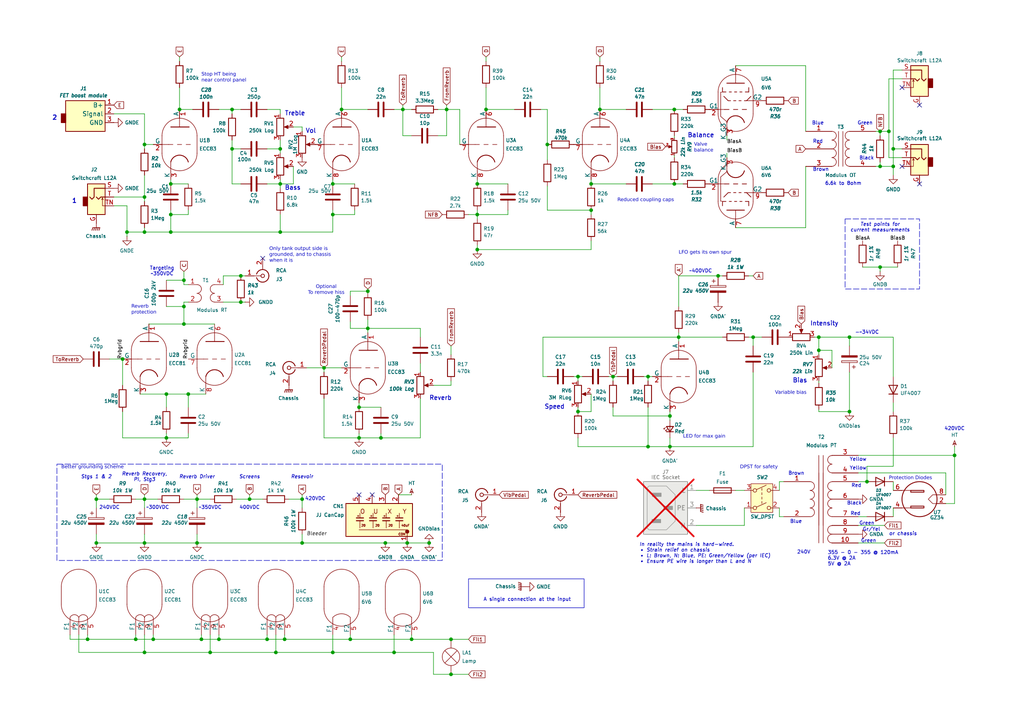
<source format=kicad_sch>
(kicad_sch (version 20250114) (generator "eeschema") (generator_version "9.0")
  (paper "A4")
  (title_block (title "Modified Modulus Princetown Reverb") (date "2025-12-05") (comment 1 "Modified schematic"))
  (rectangle (start 135.89 167.894) (end 169.418 176.276))
  (rectangle (start 245.11 63.5) (end 266.7 83.82) (stroke (width 0) (type dash)))
  (rectangle (start 16.51 134.62) (end 128.27 162.56) (stroke (width 0) (type dash)))
  (text "~300VDC" (at 45.72 147.32 0) (effects (font (size 1.016 1.016))))
  (text "Blue" (at 235.458 35.814 0) (effects (font (size 1.016 1.016)) (justify left)))
  (text "420VDC" (at 91.44 144.78 0) (effects (font (size 1.016 1.016))))
  (text "Protection Diodes" (at 257.81 139.065 0) (effects (font (size 1.016 1.016) (italic yes)) (justify left)))
  (text "Optional\nTo remove hiss" (at 94.615 84.455 0) (effects (font (size 1.016 1.016) (italic yes))))
  (text "Treble" (at 82.55 33.02 0) (effects (font (size 1.27 1.27) (thickness 0.2032) (bold yes)) (justify left)))
  (text "Red" (at 246.634 149.098 0) (effects (font (size 1.016 1.016)) (justify left)))
  (text "1" (at 21.59 58.42 0) (effects (font (size 1.27 1.27) (thickness 0.254) (bold yes))))
  (text "Balance" (at 199.39 39.37 0) (effects (font (size 1.27 1.27) (thickness 0.2032) (bold yes)) (justify left)))
  (text "In reality the mains is hard-wired.\n• Strain relief on chassis\n• L: Brown, N: Blue, PE: Green/Yellow (per IEC)\n• Ensure PE wire is longer than L and N" (at 185.42 160.528 0) (effects (font (size 1.016 1.016) (italic yes)) (justify left)))
  (text "A single connection at the input" (at 152.908 173.99 0) (effects (font (size 1.016 1.016))))
  (text "Green" (at 248.666 35.814 0) (effects (font (size 1.016 1.016)) (justify left)))
  (text "Reverb \nprotection" (at 38.1 90.17 0) (effects (font (size 1.016 1.016) (italic yes)) (justify left)))
  (text "LFO gets its own spur" (at 196.85 73.66 0) (effects (font (size 1.016 1.016) (italic yes)) (justify left)))
  (text "Blue" (at 229.108 151.384 0) (effects (font (size 1.016 1.016)) (justify left)))
  (text "Yellow" (at 246.38 133.35 0) (effects (font (size 1.016 1.016)) (justify left)))
  (text "Green" (at 249.682 156.972 0) (effects (font (size 1.016 1.016)) (justify left)))
  (text "Reverb Recovery,\nPI, Stg3" (at 41.91 138.43 0) (effects (font (size 1.016 1.016) (italic yes))))
  (text "LED for max gain" (at 198.12 127 0) (effects (font (size 1.016 1.016) (italic yes)) (justify left)))
  (text "Yellow" (at 246.38 135.89 0) (effects (font (size 1.016 1.016)) (justify left)))
  (text "Resevoir" (at 87.63 138.43 0) (effects (font (size 1.016 1.016) (italic yes))))
  (text "Brown" (at 228.6 137.414 0) (effects (font (size 1.016 1.016)) (justify left)))
  (text "Screens" (at 72.39 138.43 0) (effects (font (size 1.016 1.016) (italic yes))))
  (text "420VDC" (at 276.86 124.46 0) (effects (font (size 1.016 1.016))))
  (text "Better grounding scheme" (at 17.78 135.89 0) (effects (font (size 1.016 1.016) (italic yes)) (justify left)))
  (text "240VDC" (at 31.75 147.32 0) (effects (font (size 1.016 1.016))))
  (text "6.6k to 8ohm" (at 239.268 53.34 0) (effects (font (size 1.016 1.016)) (justify left)))
  (text "Only tank output side is\ngrounded, and to chassis\nwhen it is" (at 78.105 74.295 0) (effects (font (size 1.016 1.016) (italic yes)) (justify left)))
  (text "Intensity" (at 234.95 93.98 0) (effects (font (size 1.27 1.27) (thickness 0.2032) (bold yes)) (justify left)))
  (text "Test points for\ncurrent measurements" (at 255.27 66.04 0) (effects (font (size 1.016 1.016) (italic yes))))
  (text "Reduced coupling caps" (at 179.07 58.42 0) (effects (font (size 1.016 1.016) (italic yes)) (justify left)))
  (text "Black" (at 249.174 45.974 0) (effects (font (size 1.016 1.016)) (justify left)))
  (text "355 - 0 - 355 @ 120mA\n6.3V @ 2A\n5V @ 2A" (at 240.03 162.052 0) (effects (font (size 1.016 1.016)) (justify left)))
  (text "Valve\nbalance" (at 201.295 43.18 0) (effects (font (size 1.016 1.016) (italic yes)) (justify left)))
  (text "Bass" (at 82.55 54.61 0) (effects (font (size 1.27 1.27) (thickness 0.2032) (bold yes)) (justify left)))
  (text "Variable bias" (at 224.79 114.3 0) (effects (font (size 1.016 1.016) (italic yes)) (justify left)))
  (text "240V" (at 231.14 160.274 0) (effects (font (size 1.016 1.016)) (justify left)))
  (text "Bleeder" (at 88.9 154.94 0) (effects (font (size 1.016 1.016) (italic yes)) (justify left)))
  (text "Bias" (at 229.87 110.49 0) (effects (font (size 1.27 1.27) (thickness 0.2032) (bold yes)) (justify left)))
  (text "DPST for safety" (at 214.63 135.89 0) (effects (font (size 1.016 1.016) (italic yes)) (justify left)))
  (text "2" (at 15.875 34.29 0) (effects (font (size 1.27 1.27) (thickness 0.254) (bold yes))))
  (text "Speed" (at 163.83 118.11 0) (effects (font (size 1.27 1.27) (thickness 0.2032) (bold yes)) (justify right)))
  (text "400VDC" (at 72.39 147.32 0) (effects (font (size 1.016 1.016))))
  (text "Green" (at 249.174 151.892 0) (effects (font (size 1.016 1.016)) (justify left)))
  (text "Red" (at 246.888 140.97 0) (effects (font (size 1.016 1.016)) (justify left)))
  (text "-~34VDC" (at 251.46 96.52 0) (effects (font (size 1.016 1.016))))
  (text "Gr/Yel" (at 250.19 153.67 0) (effects (font (size 1.016 1.016)) (justify left)))
  (text "Reverb" (at 124.46 115.57 0) (effects (font (size 1.27 1.27) (thickness 0.2032) (bold yes)) (justify left)))
  (text "Brown" (at 235.712 49.276 0) (effects (font (size 1.016 1.016)) (justify left)))
  (text "Black" (at 245.618 146.05 0) (effects (font (size 1.016 1.016)) (justify left)))
  (text "Vol" (at 90.17 38.1 0) (effects (font (size 1.27 1.27) (thickness 0.2032) (bold yes))))
  (text "Stop HT being\nnear control panel" (at 58.42 22.86 0) (effects (font (size 1.016 1.016) (italic yes)) (justify left)))
  (text "Red" (at 235.712 41.148 0) (effects (font (size 1.016 1.016)) (justify left)))
  (text "Stgs 1 & 2" (at 27.94 138.43 0) (effects (font (size 1.016 1.016) (italic yes))))
  (text "~400VDC" (at 203.2 78.74 0) (effects (font (size 1.016 1.016))))
  (text "or chassis" (at 257.81 154.94 0) (effects (font (size 1.016 1.016) (italic yes)) (justify left)))
  (text "Reverb Driver" (at 57.15 138.43 0) (effects (font (size 1.016 1.016) (italic yes))))
  (text "Targeting\n~350VDC" (at 46.99 78.74 0) (effects (font (size 1.016 1.016))))
  (text "~350VDC" (at 60.96 147.32 0) (effects (font (size 1.016 1.016))))
  (junction (at 96.52 53.34))
  (junction (at 196.85 97.79))
  (junction (at 41.91 144.78))
  (junction (at 246.38 119.38))
  (junction (at 208.28 80.01))
  (junction (at 195.58 53.34))
  (junction (at 48.26 127))
  (junction (at 41.91 189.23))
  (junction (at 93.98 106.68))
  (junction (at 63.5 185.42))
  (junction (at 77.47 185.42))
  (junction (at 187.96 129.54))
  (junction (at 110.49 127))
  (junction (at 138.43 62.23))
  (junction (at 138.43 72.39))
  (junction (at 41.91 157.48))
  (junction (at 49.53 62.23))
  (junction (at 194.31 120.65))
  (junction (at 194.31 129.54))
  (junction (at 158.75 41.91))
  (junction (at 251.46 139.7))
  (junction (at 104.14 127))
  (junction (at 255.27 38.1))
  (junction (at 130.81 195.58))
  (junction (at 53.34 88.9))
  (junction (at 54.61 114.3))
  (junction (at 48.26 114.3))
  (junction (at 255.27 77.47))
  (junction (at 259.08 48.26))
  (junction (at 167.64 109.22))
  (junction (at 111.76 157.48))
  (junction (at 87.63 157.48))
  (junction (at 124.46 157.48))
  (junction (at 27.94 157.48))
  (junction (at 177.8 109.22))
  (junction (at 81.28 43.18))
  (junction (at 237.49 97.79))
  (junction (at 116.84 31.75))
  (junction (at 114.3 189.23))
  (junction (at 99.06 31.75))
  (junction (at 96.52 62.23))
  (junction (at 39.37 185.42))
  (junction (at 259.08 43.18))
  (junction (at 129.54 31.75))
  (junction (at 187.96 109.22))
  (junction (at 195.58 31.75))
  (junction (at 118.11 157.48))
  (junction (at 255.27 48.26))
  (junction (at 237.49 101.6))
  (junction (at 87.63 144.78))
  (junction (at 53.34 81.28))
  (junction (at 96.52 189.23))
  (junction (at 106.68 84.455))
  (junction (at 140.97 31.75))
  (junction (at 36.83 67.31))
  (junction (at 52.07 31.75))
  (junction (at 246.38 97.79))
  (junction (at 276.86 132.08))
  (junction (at 57.15 144.78))
  (junction (at 57.15 157.48))
  (junction (at 72.39 144.78))
  (junction (at 41.91 67.31))
  (junction (at 138.43 53.34))
  (junction (at 101.6 185.42))
  (junction (at 41.91 41.91))
  (junction (at 44.45 185.42))
  (junction (at 119.38 185.42))
  (junction (at 27.94 144.78))
  (junction (at 80.01 189.23))
  (junction (at 35.56 104.14))
  (junction (at 82.55 185.42))
  (junction (at 81.28 53.34))
  (junction (at 69.85 80.01))
  (junction (at 81.28 67.31))
  (junction (at 49.53 67.31))
  (junction (at 106.68 95.25))
  (junction (at 218.44 97.79))
  (junction (at 69.85 87.63))
  (junction (at 60.96 189.23))
  (junction (at 171.45 60.96))
  (junction (at 58.42 185.42))
  (junction (at 25.4 185.42))
  (junction (at 171.45 53.34))
  (junction (at 167.64 119.38))
  (junction (at 49.53 53.34))
  (junction (at 67.31 31.75))
  (junction (at 130.81 185.42))
  (junction (at 41.91 57.15))
  (junction (at 257.81 38.1))
  (junction (at 67.31 43.18))
  (junction (at 173.99 31.75))
  (junction (at 104.14 118.11))
  (junction (at 53.34 93.98))
  (no_connect (at 104.14 143.51))
  (no_connect (at 266.7 30.48))
  (no_connect (at 261.62 25.4))
  (no_connect (at 261.62 48.26))
  (no_connect (at 76.2 74.93))
  (no_connect (at 107.95 143.51))
  (no_connect (at 266.7 53.34))
  (wire (pts (xy 130.81 185.42) (xy 135.89 185.42)))
  (wire (pts (xy 81.28 52.07) (xy 81.28 53.34)))
  (wire (pts (xy 39.37 144.78) (xy 41.91 144.78)))
  (wire (pts (xy 121.92 127) (xy 110.49 127)))
  (wire (pts (xy 72.39 144.78) (xy 76.2 144.78)))
  (wire (pts (xy 49.53 52.07) (xy 49.53 53.34)))
  (wire (pts (xy 130.81 195.58) (xy 135.89 195.58)))
  (wire (pts (xy 67.31 43.18) (xy 69.85 43.18)))
  (wire (pts (xy 138.43 72.39) (xy 171.45 72.39)))
  (wire (pts (xy 44.45 185.42) (xy 44.45 184.15)))
  (wire (pts (xy 25.4 185.42) (xy 20.32 185.42)))
  (wire (pts (xy 121.92 95.25) (xy 121.92 97.79)))
  (wire (pts (xy 226.06 139.7) (xy 227.33 139.7)))
  (wire (pts (xy 77.47 53.34) (xy 81.28 53.34)))
  (wire (pts (xy 138.43 53.34) (xy 147.32 53.34)))
  (wire (pts (xy 87.63 143.51) (xy 87.63 144.78)))
  (wire (pts (xy 257.81 38.1) (xy 257.81 45.72)))
  (wire (pts (xy 129.54 31.75) (xy 133.35 31.75)))
  (wire (pts (xy 177.8 120.65) (xy 194.31 120.65)))
  (wire (pts (xy 196.85 96.52) (xy 196.85 97.79)))
  (wire (pts (xy 41.91 189.23) (xy 41.91 184.15)))
  (wire (pts (xy 236.22 97.79) (xy 237.49 97.79)))
  (wire (pts (xy 233.68 48.26) (xy 233.68 66.04)))
  (wire (pts (xy 157.48 97.79) (xy 157.48 109.22)))
  (wire (pts (xy 41.91 33.02) (xy 41.91 41.91)))
  (wire (pts (xy 138.43 52.07) (xy 138.43 53.34)))
  (wire (pts (xy 187.96 109.22) (xy 187.96 110.49)))
  (wire (pts (xy 99.06 16.51) (xy 99.06 17.78)))
  (wire (pts (xy 210.82 39.37) (xy 210.82 40.64)))
  (wire (pts (xy 116.84 39.37) (xy 119.38 39.37)))
  (wire (pts (xy 176.53 109.22) (xy 177.8 109.22)))
  (wire (pts (xy 158.75 60.96) (xy 171.45 60.96)))
  (wire (pts (xy 259.08 119.38) (xy 259.08 116.84)))
  (wire (pts (xy 64.77 80.01) (xy 64.77 82.55)))
  (wire (pts (xy 115.57 143.51) (xy 119.38 143.51)))
  (wire (pts (xy 194.31 120.65) (xy 194.31 121.92)))
  (wire (pts (xy 256.54 157.48) (xy 248.92 157.48)))
  (wire (pts (xy 53.34 87.63) (xy 53.34 88.9)))
  (wire (pts (xy 119.38 185.42) (xy 130.81 185.42)))
  (wire (pts (xy 80.01 189.23) (xy 80.01 184.15)))
  (wire (pts (xy 81.28 53.34) (xy 85.09 53.34)))
  (wire (pts (xy 119.38 185.42) (xy 101.6 185.42)))
  (wire (pts (xy 177.8 118.11) (xy 177.8 120.65)))
  (wire (pts (xy 140.97 25.4) (xy 140.97 31.75)))
  (wire (pts (xy 171.45 53.34) (xy 181.61 53.34)))
  (wire (pts (xy 215.9 147.32) (xy 215.9 152.4)))
  (wire (pts (xy 194.31 129.54) (xy 187.96 129.54)))
  (wire (pts (xy 87.63 157.48) (xy 111.76 157.48)))
  (wire (pts (xy 259.08 139.7) (xy 259.08 142.24)))
  (wire (pts (xy 106.68 92.71) (xy 106.68 95.25)))
  (wire (pts (xy 96.52 53.34) (xy 102.87 53.34)))
  (wire (pts (xy 53.34 144.78) (xy 57.15 144.78)))
  (wire (pts (xy 44.45 185.42) (xy 39.37 185.42)))
  (wire (pts (xy 60.96 189.23) (xy 60.96 184.15)))
  (wire (pts (xy 254 48.26) (xy 255.27 48.26)))
  (wire (pts (xy 49.53 67.31) (xy 49.53 62.23)))
  (wire (pts (xy 241.3 101.6) (xy 237.49 101.6)))
  (wire (pts (xy 173.99 16.51) (xy 173.99 17.78)))
  (wire (pts (xy 166.37 109.22) (xy 167.64 109.22)))
  (wire (pts (xy 106.68 84.455) (xy 106.68 85.09)))
  (wire (pts (xy 130.81 111.76) (xy 130.81 110.49)))
  (wire (pts (xy 88.9 106.68) (xy 93.98 106.68)))
  (wire (pts (xy 96.52 189.23) (xy 96.52 184.15)))
  (wire (pts (xy 106.68 95.25) (xy 106.68 96.52)))
  (wire (pts (xy 187.96 109.22) (xy 189.23 109.22)))
  (wire (pts (xy 255.27 77.47) (xy 255.27 78.74)))
  (wire (pts (xy 237.49 119.38) (xy 246.38 119.38)))
  (wire (pts (xy 257.81 45.72) (xy 261.62 45.72)))
  (wire (pts (xy 57.15 144.78) (xy 60.96 144.78)))
  (wire (pts (xy 41.91 33.02) (xy 33.02 33.02)))
  (wire (pts (xy 52.07 16.51) (xy 52.07 17.78)))
  (wire (pts (xy 20.32 185.42) (xy 20.32 184.15)))
  (wire (pts (xy 171.45 53.34) (xy 171.45 52.07)))
  (wire (pts (xy 259.08 20.32) (xy 259.08 43.18)))
  (wire (pts (xy 125.73 195.58) (xy 130.81 195.58)))
  (wire (pts (xy 156.845 31.75) (xy 158.75 31.75)))
  (wire (pts (xy 48.26 127) (xy 54.61 127)))
  (wire (pts (xy 196.85 97.79) (xy 196.85 99.06)))
  (wire (pts (xy 77.47 31.75) (xy 81.28 31.75)))
  (wire (pts (xy 96.52 189.23) (xy 80.01 189.23)))
  (wire (pts (xy 248.92 149.86) (xy 251.46 149.86)))
  (wire (pts (xy 125.73 111.76) (xy 130.81 111.76)))
  (wire (pts (xy 67.31 53.34) (xy 69.85 53.34)))
  (wire (pts (xy 196.85 97.79) (xy 157.48 97.79)))
  (wire (pts (xy 25.4 185.42) (xy 25.4 184.15)))
  (wire (pts (xy 101.6 93.345) (xy 101.6 95.25)))
  (wire (pts (xy 255.27 77.47) (xy 260.35 77.47)))
  (wire (pts (xy 53.34 93.98) (xy 62.23 93.98)))
  (wire (pts (xy 67.31 43.18) (xy 67.31 53.34)))
  (wire (pts (xy 213.36 19.05) (xy 233.68 19.05)))
  (wire (pts (xy 60.96 189.23) (xy 41.91 189.23)))
  (wire (pts (xy 57.15 154.94) (xy 57.15 157.48)))
  (wire (pts (xy 69.85 80.01) (xy 64.77 80.01)))
  (wire (pts (xy 82.55 185.42) (xy 77.47 185.42)))
  (wire (pts (xy 111.76 157.48) (xy 118.11 157.48)))
  (wire (pts (xy 130.81 100.33) (xy 130.81 102.87)))
  (wire (pts (xy 208.28 80.01) (xy 209.55 80.01)))
  (wire (pts (xy 129.54 31.75) (xy 129.54 30.48)))
  (wire (pts (xy 53.34 88.9) (xy 53.34 93.98)))
  (wire (pts (xy 138.43 60.96) (xy 138.43 62.23)))
  (wire (pts (xy 118.11 157.48) (xy 124.46 157.48)))
  (wire (pts (xy 167.64 109.22) (xy 167.64 110.49)))
  (wire (pts (xy 54.61 114.3) (xy 54.61 118.11)))
  (wire (pts (xy 93.98 127) (xy 104.14 127)))
  (wire (pts (xy 158.75 53.975) (xy 158.75 60.96)))
  (wire (pts (xy 101.6 84.455) (xy 106.68 84.455)))
  (wire (pts (xy 36.83 59.69) (xy 33.02 59.69)))
  (wire (pts (xy 189.23 31.75) (xy 195.58 31.75)))
  (wire (pts (xy 68.58 144.78) (xy 72.39 144.78)))
  (wire (pts (xy 41.91 147.32) (xy 41.91 144.78)))
  (wire (pts (xy 250.19 77.47) (xy 255.27 77.47)))
  (wire (pts (xy 93.98 115.57) (xy 93.98 127)))
  (wire (pts (xy 35.56 127) (xy 48.26 127)))
  (wire (pts (xy 43.18 93.98) (xy 53.34 93.98)))
  (wire (pts (xy 119.38 185.42) (xy 119.38 184.15)))
  (wire (pts (xy 81.28 43.18) (xy 81.28 44.45)))
  (wire (pts (xy 121.92 105.41) (xy 121.92 107.95)))
  (wire (pts (xy 226.06 147.32) (xy 226.06 149.86)))
  (wire (pts (xy 135.89 62.23) (xy 138.43 62.23)))
  (wire (pts (xy 104.14 125.73) (xy 104.14 127)))
  (wire (pts (xy 138.43 62.23) (xy 138.43 63.5)))
  (wire (pts (xy 81.28 40.64) (xy 81.28 43.18)))
  (wire (pts (xy 177.8 109.22) (xy 177.8 110.49)))
  (wire (pts (xy 116.84 30.48) (xy 116.84 31.75)))
  (wire (pts (xy 220.98 97.79) (xy 218.44 97.79)))
  (wire (pts (xy 52.07 25.4) (xy 52.07 31.75)))
  (wire (pts (xy 125.73 189.23) (xy 114.3 189.23)))
  (wire (pts (xy 87.63 144.78) (xy 87.63 147.32)))
  (wire (pts (xy 87.63 154.94) (xy 87.63 157.48)))
  (wire (pts (xy 67.31 31.75) (xy 67.31 33.02)))
  (wire (pts (xy 255.27 38.1) (xy 257.81 38.1)))
  (wire (pts (xy 96.52 62.23) (xy 96.52 67.31)))
  (wire (pts (xy 99.06 31.75) (xy 106.68 31.75)))
  (wire (pts (xy 140.97 31.75) (xy 149.225 31.75)))
  (wire (pts (xy 251.46 135.255) (xy 251.46 139.7)))
  (wire (pts (xy 138.43 71.12) (xy 138.43 72.39)))
  (wire (pts (xy 133.35 31.75) (xy 133.35 41.91)))
  (wire (pts (xy 196.85 80.01) (xy 196.85 88.9)))
  (wire (pts (xy 125.73 189.23) (xy 125.73 195.58)))
  (wire (pts (xy 63.5 185.42) (xy 63.5 184.15)))
  (wire (pts (xy 53.34 82.55) (xy 54.61 82.55)))
  (wire (pts (xy 127 31.75) (xy 129.54 31.75)))
  (wire (pts (xy 255.27 48.26) (xy 259.08 48.26)))
  (wire (pts (xy 248.92 132.08) (xy 276.86 132.08)))
  (wire (pts (xy 106.68 95.25) (xy 121.92 95.25)))
  (wire (pts (xy 39.37 185.42) (xy 25.4 185.42)))
  (wire (pts (xy 102.87 62.23) (xy 96.52 62.23)))
  (wire (pts (xy 157.48 109.22) (xy 158.75 109.22)))
  (wire (pts (xy 173.99 25.4) (xy 173.99 31.75)))
  (wire (pts (xy 80.01 189.23) (xy 60.96 189.23)))
  (wire (pts (xy 237.49 102.87) (xy 237.49 101.6)))
  (wire (pts (xy 93.98 106.68) (xy 99.06 106.68)))
  (wire (pts (xy 85.09 53.34) (xy 85.09 48.26)))
  (wire (pts (xy 189.23 53.34) (xy 195.58 53.34)))
  (wire (pts (xy 196.85 97.79) (xy 209.55 97.79)))
  (wire (pts (xy 27.94 147.32) (xy 27.94 144.78)))
  (wire (pts (xy 237.49 97.79) (xy 246.38 97.79)))
  (wire (pts (xy 276.86 132.08) (xy 276.86 146.05)))
  (wire (pts (xy 201.93 142.24) (xy 205.74 142.24)))
  (wire (pts (xy 254 38.1) (xy 255.27 38.1)))
  (wire (pts (xy 87.63 36.83) (xy 87.63 38.1)))
  (wire (pts (xy 41.91 154.94) (xy 41.91 157.48)))
  (wire (pts (xy 121.92 115.57) (xy 121.92 127)))
  (wire (pts (xy 101.6 185.42) (xy 82.55 185.42)))
  (wire (pts (xy 129.54 31.75) (xy 129.54 39.37)))
  (wire (pts (xy 140.97 16.51) (xy 140.97 17.78)))
  (wire (pts (xy 41.91 57.15) (xy 41.91 58.42)))
  (wire (pts (xy 187.96 118.11) (xy 187.96 129.54)))
  (wire (pts (xy 52.07 31.75) (xy 55.88 31.75)))
  (wire (pts (xy 101.6 85.725) (xy 101.6 84.455)))
  (wire (pts (xy 41.91 157.48) (xy 57.15 157.48)))
  (wire (pts (xy 22.86 189.23) (xy 22.86 184.15)))
  (wire (pts (xy 259.08 43.18) (xy 261.62 43.18)))
  (wire (pts (xy 196.85 80.01) (xy 208.28 80.01)))
  (wire (pts (xy 69.85 80.01) (xy 71.12 80.01)))
  (wire (pts (xy 217.17 80.01) (xy 218.44 80.01)))
  (wire (pts (xy 41.91 67.31) (xy 49.53 67.31)))
  (wire (pts (xy 158.75 31.75) (xy 158.75 41.91)))
  (wire (pts (xy 33.02 57.15) (xy 41.91 57.15)))
  (wire (pts (xy 41.91 50.8) (xy 41.91 57.15)))
  (wire (pts (xy 67.31 40.64) (xy 67.31 43.18)))
  (wire (pts (xy 177.8 109.22) (xy 179.07 109.22)))
  (wire (pts (xy 53.34 78.74) (xy 53.34 81.28)))
  (wire (pts (xy 106.68 83.82) (xy 106.68 84.455)))
  (wire (pts (xy 44.45 41.91) (xy 41.91 41.91)))
  (wire (pts (xy 259.08 48.26) (xy 259.08 50.8)))
  (wire (pts (xy 116.84 31.75) (xy 119.38 31.75)))
  (wire (pts (xy 246.38 97.79) (xy 259.08 97.79)))
  (wire (pts (xy 58.42 185.42) (xy 58.42 184.15)))
  (wire (pts (xy 36.83 67.31) (xy 36.83 68.58)))
  (wire (pts (xy 57.15 143.51) (xy 57.15 144.78)))
  (wire (pts (xy 96.52 52.07) (xy 96.52 53.34)))
  (wire (pts (xy 171.45 72.39) (xy 171.45 69.85)))
  (wire (pts (xy 167.64 119.38) (xy 171.45 119.38)))
  (wire (pts (xy 138.43 62.23) (xy 147.32 62.23)))
  (wire (pts (xy 57.15 157.48) (xy 87.63 157.48)))
  (wire (pts (xy 233.68 19.05) (xy 233.68 38.1)))
  (wire (pts (xy 261.62 20.32) (xy 259.08 20.32)))
  (wire (pts (xy 27.94 157.48) (xy 41.91 157.48)))
  (wire (pts (xy 104.14 116.84) (xy 104.14 118.11)))
  (wire (pts (xy 41.91 67.31) (xy 36.83 67.31)))
  (wire (pts (xy 63.5 31.75) (xy 67.31 31.75)))
  (wire (pts (xy 31.75 104.14) (xy 35.56 104.14)))
  (wire (pts (xy 167.64 129.54) (xy 167.64 127)))
  (wire (pts (xy 85.09 36.83) (xy 87.63 36.83)))
  (wire (pts (xy 48.26 88.9) (xy 53.34 88.9)))
  (wire (pts (xy 41.91 143.51) (xy 41.91 144.78)))
  (wire (pts (xy 276.86 146.05) (xy 274.32 146.05)))
  (wire (pts (xy 259.08 127) (xy 259.08 135.255)))
  (wire (pts (xy 218.44 97.79) (xy 217.17 97.79)))
  (wire (pts (xy 114.3 189.23) (xy 114.3 184.15)))
  (wire (pts (xy 99.06 25.4) (xy 99.06 31.75)))
  (wire (pts (xy 101.6 95.25) (xy 106.68 95.25)))
  (wire (pts (xy 167.64 109.22) (xy 168.91 109.22)))
  (wire (pts (xy 81.28 31.75) (xy 81.28 33.02)))
  (wire (pts (xy 81.28 53.34) (xy 81.28 54.61)))
  (wire (pts (xy 255.27 38.1) (xy 255.27 39.37)))
  (wire (pts (xy 173.99 31.75) (xy 181.61 31.75)))
  (wire (pts (xy 72.39 143.51) (xy 72.39 144.78)))
  (wire (pts (xy 67.31 31.75) (xy 69.85 31.75)))
  (wire (pts (xy 246.38 107.95) (xy 246.38 119.38)))
  (wire (pts (xy 218.44 97.79) (xy 218.44 100.33)))
  (wire (pts (xy 35.56 127) (xy 35.56 119.38)))
  (wire (pts (xy 194.31 129.54) (xy 218.44 129.54)))
  (wire (pts (xy 210.82 44.45) (xy 210.82 45.72)))
  (wire (pts (xy 195.58 45.085) (xy 195.58 45.72)))
  (wire (pts (xy 96.52 60.96) (xy 96.52 62.23)))
  (wire (pts (xy 237.49 111.125) (xy 237.49 110.49)))
  (wire (pts (xy 259.08 109.22) (xy 259.08 97.79)))
  (wire (pts (xy 27.94 143.51) (xy 27.94 144.78)))
  (wire (pts (xy 218.44 107.95) (xy 218.44 129.54)))
  (wire (pts (xy 102.87 60.96) (xy 102.87 62.23)))
  (wire (pts (xy 27.94 144.78) (xy 31.75 144.78)))
  (wire (pts (xy 58.42 185.42) (xy 44.45 185.42)))
  (wire (pts (xy 81.28 67.31) (xy 96.52 67.31)))
  (wire (pts (xy 114.3 31.75) (xy 116.84 31.75)))
  (wire (pts (xy 256.54 152.4) (xy 248.92 152.4)))
  (wire (pts (xy 129.54 39.37) (xy 127 39.37)))
  (wire (pts (xy 93.98 106.68) (xy 93.98 107.95)))
  (wire (pts (xy 57.15 147.32) (xy 57.15 144.78)))
  (wire (pts (xy 213.36 142.24) (xy 215.9 142.24)))
  (wire (pts (xy 104.14 118.11) (xy 110.49 118.11)))
  (wire (pts (xy 69.85 87.63) (xy 64.77 87.63)))
  (wire (pts (xy 255.27 46.99) (xy 255.27 48.26)))
  (wire (pts (xy 237.49 118.745) (xy 237.49 119.38)))
  (wire (pts (xy 77.47 43.18) (xy 81.28 43.18)))
  (wire (pts (xy 101.6 185.42) (xy 101.6 184.15)))
  (wire (pts (xy 48.26 114.3) (xy 54.61 114.3)))
  (wire (pts (xy 77.47 185.42) (xy 63.5 185.42)))
  (wire (pts (xy 27.94 154.94) (xy 27.94 157.48)))
  (wire (pts (xy 48.26 114.3) (xy 48.26 118.11)))
  (wire (pts (xy 248.92 139.7) (xy 251.46 139.7)))
  (wire (pts (xy 83.82 144.78) (xy 87.63 144.78)))
  (wire (pts (xy 194.31 127) (xy 194.31 129.54)))
  (wire (pts (xy 167.64 118.11) (xy 167.64 119.38)))
  (wire (pts (xy 81.28 67.31) (xy 81.28 62.23)))
  (wire (pts (xy 41.91 66.04) (xy 41.91 67.31)))
  (wire (pts (xy 233.68 66.04) (xy 213.36 66.04)))
  (wire (pts (xy 54.61 60.96) (xy 54.61 62.23)))
  (wire (pts (xy 35.56 104.14) (xy 35.56 111.76)))
  (wire (pts (xy 158.75 41.91) (xy 158.75 46.355)))
  (wire (pts (xy 54.61 62.23) (xy 49.53 62.23)))
  (wire (pts (xy 53.34 87.63) (xy 54.61 87.63)))
  (wire (pts (xy 259.08 48.26) (xy 259.08 43.18)))
  (wire (pts (xy 48.26 81.28) (xy 53.34 81.28)))
  (wire (pts (xy 246.38 97.79) (xy 246.38 100.33)))
  (wire (pts (xy 195.58 40.005) (xy 195.58 39.37)))
  (wire (pts (xy 257.81 38.1) (xy 257.81 22.86)))
  (wire (pts (xy 226.06 142.24) (xy 226.06 139.7)))
  (wire (pts (xy 54.61 127) (xy 54.61 125.73)))
  (wire (pts (xy 40.64 114.3) (xy 48.26 114.3)))
  (wire (pts (xy 41.91 41.91) (xy 41.91 43.18)))
  (wire (pts (xy 41.91 144.78) (xy 45.72 144.78)))
  (wire (pts (xy 195.58 31.75) (xy 198.12 31.75)))
  (wire (pts (xy 110.49 127) (xy 110.49 125.73)))
  (wire (pts (xy 201.93 152.4) (xy 215.9 152.4)))
  (wire (pts (xy 114.3 189.23) (xy 96.52 189.23)))
  (wire (pts (xy 186.69 109.22) (xy 187.96 109.22)))
  (wire (pts (xy 276.86 129.54) (xy 276.86 132.08)))
  (wire (pts (xy 36.83 59.69) (xy 36.83 67.31)))
  (wire (pts (xy 274.32 137.16) (xy 248.92 137.16)))
  (wire (pts (xy 82.55 185.42) (xy 82.55 184.15)))
  (wire (pts (xy 241.3 106.68) (xy 241.3 101.6)))
  (wire (pts (xy 171.45 60.96) (xy 171.45 62.23)))
  (wire (pts (xy 147.32 62.23) (xy 147.32 60.96)))
  (wire (pts (xy 49.53 60.96) (xy 49.53 62.23)))
  (wire (pts (xy 195.58 53.34) (xy 198.12 53.34)))
  (wire (pts (xy 63.5 185.42) (xy 58.42 185.42)))
  (wire (pts (xy 274.32 143.51) (xy 274.32 137.16)))
  (wire (pts (xy 71.12 87.63) (xy 69.85 87.63)))
  (wire (pts (xy 49.53 53.34) (xy 54.61 53.34)))
  (wire (pts (xy 104.14 127) (xy 110.49 127)))
  (wire (pts (xy 259.08 135.255) (xy 251.46 135.255)))
  (wire (pts (xy 257.81 22.86) (xy 261.62 22.86)))
  (wire (pts (xy 226.06 149.86) (xy 227.33 149.86)))
  (wire (pts (xy 194.31 119.38) (xy 194.31 120.65)))
  (wire (pts (xy 237.49 97.79) (xy 237.49 101.6)))
  (wire (pts (xy 41.91 189.23) (xy 22.86 189.23)))
  (wire (pts (xy 187.96 129.54) (xy 167.64 129.54)))
  (wire (pts (xy 53.34 81.28) (xy 53.34 82.55)))
  (wire (pts (xy 49.53 67.31) (xy 81.28 67.31)))
  (wire (pts (xy 259.08 149.86) (xy 259.08 147.32)))
  (wire (pts (xy 48.26 125.73) (xy 48.26 127)))
  (wire (pts (xy 171.45 114.3) (xy 171.45 119.38)))
  (wire (pts (xy 77.47 185.42) (xy 77.47 184.15)))
  (wire (pts (xy 39.37 185.42) (xy 39.37 184.15)))
  (wire (pts (xy 59.69 114.3) (xy 54.61 114.3)))
  (wire (pts (xy 116.84 31.75) (xy 116.84 39.37)))
  (label "Rvbgrid" (at 35.56 104.14 90) (effects (font (size 1.016 1.016))))
  (label "BiasA" (at 250.19 69.85 0) (effects (font (size 1.016 1.016))))
  (label "BiasB" (at 210.82 44.45 0) (effects (font (size 1.016 1.016))))
  (label "Rvbgrid" (at 54.61 104.14 90) (effects (font (size 1.016 1.016))))
  (label "BiasB" (at 260.35 69.85 0) (effects (font (size 1.016 1.016))))
  (label "BiasA" (at 210.82 40.64 0) (effects (font (size 1.016 1.016))))
  (global_label "NFB" (shape input) (at 255.27 38.1 90) (effects (font (size 1.016 1.016))) (property "Intersheetrefs" "${INTERSHEET_REFS}" (effects (hide yes))))
  (global_label "Fil2" (shape input) (at 135.89 195.58 0) (effects (font (size 1.016 1.016))) (property "Intersheetrefs" "${INTERSHEET_REFS}" (effects (hide yes))))
  (global_label "FromReverb" (shape input) (at 130.81 100.33 90) (effects (font (size 1.016 1.016))) (property "Intersheetrefs" "${INTERSHEET_REFS}" (effects (hide yes))))
  (global_label "Fil1" (shape input) (at 135.89 185.42 0) (effects (font (size 1.016 1.016))) (property "Intersheetrefs" "${INTERSHEET_REFS}" (effects (hide yes))))
  (global_label "Bias" (shape input) (at 232.41 93.98 90) (effects (font (size 1.016 1.016))) (property "Intersheetrefs" "${INTERSHEET_REFS}" (effects (hide yes))))
  (global_label "ToReverb" (shape input) (at 116.84 30.48 90) (effects (font (size 1.016 1.016))) (property "Intersheetrefs" "${INTERSHEET_REFS}" (effects (hide yes))))
  (global_label "D" (shape input) (at 140.97 16.51 90) (effects (font (size 1.016 1.016))) (property "Intersheetrefs" "${INTERSHEET_REFS}" (effects (hide yes))))
  (global_label "A'" (shape input) (at 196.85 80.01 90) (effects (font (size 1.016 1.016))) (property "Intersheetrefs" "${INTERSHEET_REFS}" (effects (hide yes))))
  (global_label "A" (shape input) (at 233.68 43.18 180) (effects (font (size 1.016 1.016))) (property "Intersheetrefs" "${INTERSHEET_REFS}" (effects (hide yes))))
  (global_label "E" (shape input) (at 27.94 143.51 90) (effects (font (size 1.016 1.016))) (property "Intersheetrefs" "${INTERSHEET_REFS}" (effects (hide yes))))
  (global_label "B" (shape input) (at 228.6 55.88 0) (effects (font (size 1.016 1.016))) (property "Intersheetrefs" "${INTERSHEET_REFS}" (effects (hide yes))))
  (global_label "B" (shape input) (at 72.39 143.51 90) (effects (font (size 1.016 1.016))) (property "Intersheetrefs" "${INTERSHEET_REFS}" (effects (hide yes))))
  (global_label "VibPedal" (shape input) (at 144.78 143.51 0) (effects (font (size 1.016 1.016))) (property "Intersheetrefs" "${INTERSHEET_REFS}" (effects (hide yes))))
  (global_label "Bias" (shape input) (at 193.04 42.545 180) (effects (font (size 1.016 1.016))) (property "Intersheetrefs" "${INTERSHEET_REFS}" (effects (hide yes))))
  (global_label "FromReverb" (shape input) (at 129.54 30.48 90) (effects (font (size 1.016 1.016))) (property "Intersheetrefs" "${INTERSHEET_REFS}" (effects (hide yes))))
  (global_label "D" (shape input) (at 41.91 143.51 90) (effects (font (size 1.016 1.016))) (property "Intersheetrefs" "${INTERSHEET_REFS}" (effects (hide yes))))
  (global_label "E" (shape input) (at 33.02 30.48 0) (effects (font (size 1.016 1.016))) (property "Intersheetrefs" "${INTERSHEET_REFS}" (effects (hide yes))))
  (global_label "A" (shape input) (at 115.57 143.51 90) (effects (font (size 1.016 1.016))) (property "Intersheetrefs" "${INTERSHEET_REFS}" (effects (hide yes))))
  (global_label "ReverbPedal" (shape input) (at 167.64 143.51 0) (effects (font (size 1.016 1.016))) (property "Intersheetrefs" "${INTERSHEET_REFS}" (effects (hide yes))))
  (global_label "E" (shape input) (at 99.06 16.51 90) (effects (font (size 1.016 1.016))) (property "Intersheetrefs" "${INTERSHEET_REFS}" (effects (hide yes))))
  (global_label "C" (shape input) (at 57.15 143.51 90) (effects (font (size 1.016 1.016))) (property "Intersheetrefs" "${INTERSHEET_REFS}" (effects (hide yes))))
  (global_label "E" (shape input) (at 52.07 16.51 90) (effects (font (size 1.016 1.016))) (property "Intersheetrefs" "${INTERSHEET_REFS}" (effects (hide yes))))
  (global_label "ToReverb" (shape input) (at 24.13 104.14 180) (effects (font (size 1.016 1.016))) (property "Intersheetrefs" "${INTERSHEET_REFS}" (effects (hide yes))))
  (global_label "ReverbPedal" (shape input) (at 93.98 106.68 90) (effects (font (size 1.016 1.016))) (property "Intersheetrefs" "${INTERSHEET_REFS}" (effects (hide yes))))
  (global_label "Fil1" (shape input) (at 256.54 152.4 0) (effects (font (size 1.016 1.016))) (property "Intersheetrefs" "${INTERSHEET_REFS}" (effects (hide yes))))
  (global_label "D" (shape input) (at 173.99 16.51 90) (effects (font (size 1.016 1.016))) (property "Intersheetrefs" "${INTERSHEET_REFS}" (effects (hide yes))))
  (global_label "NFB" (shape input) (at 128.27 62.23 180) (effects (font (size 1.016 1.016))) (property "Intersheetrefs" "${INTERSHEET_REFS}" (effects (hide yes))))
  (global_label "Fil2" (shape input) (at 256.54 157.48 0) (effects (font (size 1.016 1.016))) (property "Intersheetrefs" "${INTERSHEET_REFS}" (effects (hide yes))))
  (global_label "A" (shape input) (at 87.63 143.51 90) (effects (font (size 1.016 1.016))) (property "Intersheetrefs" "${INTERSHEET_REFS}" (effects (hide yes))))
  (global_label "B" (shape input) (at 228.6 29.21 0) (effects (font (size 1.016 1.016))) (property "Intersheetrefs" "${INTERSHEET_REFS}" (effects (hide yes))))
  (global_label "B" (shape input) (at 111.76 143.51 90) (effects (font (size 1.016 1.016))) (property "Intersheetrefs" "${INTERSHEET_REFS}" (effects (hide yes))))
  (global_label "VibPedal" (shape input) (at 177.8 109.22 90) (effects (font (size 1.016 1.016))) (property "Intersheetrefs" "${INTERSHEET_REFS}" (effects (hide yes))))
  (global_label "C" (shape input) (at 53.34 78.74 90) (effects (font (size 1.016 1.016))) (property "Intersheetrefs" "${INTERSHEET_REFS}" (effects (hide yes))))
  (global_label "D" (shape input) (at 106.68 83.82 90) (effects (font (size 1.016 1.016))) (property "Intersheetrefs" "${INTERSHEET_REFS}" (effects (hide yes))))
  (global_label "A" (shape input) (at 218.44 80.01 0) (effects (font (size 1.016 1.016))) (property "Intersheetrefs" "${INTERSHEET_REFS}" (effects (hide yes))))
  (symbol (lib_id "power:GNDPWR") (at 27.94 64.77 0) (unit 1)
    (property "Reference" "#PWR039" (effects (hide yes)))
    (property "Value" "Chassis" (at 27.813 68.4967 0) (effects (font (size 1.016 1.016))))
    (property "Description" "Power symbol creates a global label with name \"GNDPWR\" , global ground" (effects (hide yes)))
  )
  (symbol (lib_id "Device:Fuse") (at 209.55 142.24 90) (unit 1)
    (property "Reference" "F1" (at 209.55 137.3335 90) (effects (font (size 1.016 1.016))))
    (property "Value" "Fuse" (at 209.55 139.7578 90) (effects (font (size 1.016 1.016))))
    (property "Description" "Fuse" (effects (hide yes)))
  )
  (symbol (lib_id "Valve:EL84") (at 116.84 173.99 0) (unit 2)
    (property "Reference" "U6" (at 122.555 172.1428 0) (effects (font (size 1.016 1.016)) (justify left)))
    (property "Value" "6V6" (at 122.555 174.5671 0) (effects (font (size 1.016 1.016)) (justify left)))
    (property "Footprint" "Valve:Valve_Noval_P" (effects (hide yes)))
    (property "Datasheet" "http://www.r-type.org/pdfs/el84.pdf" (effects (hide yes)))
    (property "Description" "pentode, 12W" (effects (hide yes)))
  )
  (symbol (lib_id "DevicesTC:C_compact") (at 110.49 31.75 90) (unit 1)
    (property "Reference" "C8" (at 110.49 26.0597 90) (effects (font (size 1.016 1.016))))
    (property "Value" "22n" (at 110.49 28.0752 90) (effects (font (size 1.016 1.016))))
    (property "Description" "Unpolarized capacitor" (effects (hide yes)))
  )
  (symbol (lib_id "power:GND") (at 111.76 157.48 0) (unit 1)
    (property "Reference" "#PWR017" (effects (hide yes)))
    (property "Value" "GNDB" (at 111.76 161.6131 0) (effects (font (size 1.016 1.016))))
    (property "Description" "Power symbol creates a global label with name \"GND\" , ground" (effects (hide yes)))
  )
  (symbol (lib_id "CanCap:JJ_CanCap") (at 114.3 151.13 0) (mirror y) (unit 1)
    (property "Reference" "CN1" (at 99.7712 146.812 0) (effects (font (size 1.016 1.016)) (justify left)))
    (property "Value" "JJ CanCap" (at 99.822 149.352 0) (effects (font (size 1.016 1.016)) (justify left)))
    (property "Description" "4 capacitor CanCap, single ground" (effects (hide yes)))
  )
  (symbol (lib_id "Device:C_Polarized") (at 27.94 151.13 0) (unit 1)
    (property "Reference" "C25" (at 25.146 149.86 0) (effects (font (size 1.016 1.016) (thickness 0.2032) (bold yes) (italic yes)) (justify right)))
    (property "Value" "22u 450V" (at 25.146 151.638 0) (effects (font (size 1.016 1.016) (thickness 0.2032) (bold yes) (italic yes)) (justify right)))
    (property "Description" "Polarized capacitor" (effects (hide yes)))
  )
  (symbol (lib_id "DevicesTC:R_compact") (at 48.26 121.92 0) (mirror y) (unit 1)
    (property "Reference" "R4" (at 46.99 121.158 0) (effects (font (size 1.016 1.016) (thickness 0.2032) (bold yes) (italic yes)) (justify left)))
    (property "Value" "1.5k" (at 46.99 122.682 0) (effects (font (size 1.016 1.016) (thickness 0.2032) (bold yes) (italic yes)) (justify left)))
    (property "Description" "Resistor" (effects (hide yes)))
  )
  (symbol (lib_id "DevicesTC:C_compact") (at 182.88 109.22 90) (unit 1)
    (property "Reference" "C13" (at 182.88 103.5297 90) (effects (font (size 1.016 1.016))))
    (property "Value" "10n" (at 182.88 105.5452 90) (effects (font (size 1.016 1.016))))
    (property "Description" "Unpolarized capacitor" (effects (hide yes)))
  )
  (symbol (lib_id "DevicesTC:R_Potentiometer_Compact") (at 81.28 48.26 0) (unit 1)
    (property "Reference" "RV5" (at 79.5021 47.2522 0) (effects (font (size 1.016 1.016)) (justify right)))
    (property "Value" "250k Log" (at 79.5021 49.2677 0) (effects (font (size 1.016 1.016)) (justify right)))
    (property "Description" "Potentiometer" (effects (hide yes)))
  )
  (symbol (lib_id "DevicesTC:R_Potentiometer_Compact") (at 167.64 114.3 0) (unit 1)
    (property "Reference" "RV6" (at 165.862 113.2922 0) (effects (font (size 1.016 1.016)) (justify right)))
    (property "Value" "3M RLog" (at 165.862 115.3077 0) (effects (font (size 1.016 1.016)) (justify right)))
    (property "Description" "Potentiometer" (effects (hide yes)))
  )
  (symbol (lib_id "DevicesTC:R_compact") (at 177.8 114.3 0) (mirror x) (unit 1)
    (property "Reference" "R24" (at 175.895 113.665 0) (effects (font (size 1.016 1.016)) (justify right)))
    (property "Value" "1Meg" (at 175.895 115.57 0) (effects (font (size 1.016 1.016)) (justify right)))
    (property "Description" "Resistor" (effects (hide yes)))
  )
  (symbol (lib_id "Valve:ECC81") (at 43.18 104.14 0) (unit 2)
    (property "Reference" "U2" (at 48.895 102.9278 0) (effects (font (size 1.016 1.016)) (justify left)))
    (property "Value" "ECC81" (at 48.895 105.3521 0) (effects (font (size 1.016 1.016)) (justify left)))
    (property "Footprint" "Valve:Valve_Noval_P" (effects (hide yes)))
    (property "Datasheet" "http://www.r-type.org/pdfs/ecc81.pdf" (effects (hide yes)))
    (property "Description" "double triode" (effects (hide yes)))
  )
  (symbol (lib_id "DevicesTC:R_compact") (at 69.85 83.82 0) (unit 1)
    (property "Reference" "R43" (at 71.628 82.8122 0) (effects (font (size 1.016 1.016) (thickness 0.2032) (bold yes) (italic yes)) (justify left)))
    (property "Value" "1k" (at 71.628 84.8277 0) (effects (font (size 1.016 1.016) (thickness 0.2032) (bold yes) (italic yes)) (justify left)))
    (property "Description" "Resistor" (effects (hide yes)))
  )
  (symbol (lib_id "Connector:Conn_Coaxial") (at 162.56 143.51 0) (mirror y) (unit 1)
    (property "Reference" "J6" (at 158.75 145.0733 0) (effects (font (size 1.016 1.016)) (justify left)))
    (property "Value" "RCA" (at 158.75 142.5333 0) (effects (font (size 1.016 1.016)) (justify left)))
    (property "Description" "coaxial connector (BNC, SMA, SMB, SMC, Cinch/RCA, LEMO, ...)" (effects (hide yes)))
  )
  (symbol (lib_id "DevicesTC:C_compact") (at 27.94 104.14 270) (unit 1)
    (property "Reference" "C6" (at 27.94 98.4497 90) (effects (font (size 1.016 1.016))))
    (property "Value" "470p" (at 27.94 100.4652 90) (effects (font (size 1.016 1.016))))
    (property "Description" "Unpolarized capacitor" (effects (hide yes)))
  )
  (symbol (lib_id "DevicesTC:FETboost") (at 27.94 33.02 0) (unit 1)
    (property "Reference" "J1" (at 24.13 25.6787 0) (effects (font (size 1.016 1.016) (thickness 0.2032) (bold yes) (italic yes))))
    (property "Value" "FET boost module" (at 24.13 27.6942 0) (effects (font (size 1.016 1.016) (thickness 0.2032) (bold yes) (italic yes))))
    (property "Description" "FET Boost Module" (effects (hide yes)))
  )
  (symbol (lib_id "power:GND") (at 255.27 78.74 0) (unit 1)
    (property "Reference" "#PWR021" (effects (hide yes)))
    (property "Value" "GNDB" (at 255.27 81.915 0) (effects (font (size 1.016 1.016)) (justify top)))
    (property "Description" "Power symbol creates a global label with name \"GND\" , ground" (effects (hide yes)))
  )
  (symbol (lib_id "Valve:ECC83") (at 52.07 41.91 0) (unit 2)
    (property "Reference" "U1" (at 57.785 40.6978 0) (effects (font (size 1.016 1.016)) (justify left)))
    (property "Value" "ECC83" (at 57.785 43.1221 0) (effects (font (size 1.016 1.016)) (justify left)))
    (property "Footprint" "Valve:Valve_Noval_P" (effects (hide yes)))
    (property "Datasheet" "http://www.r-type.org/pdfs/ecc83.pdf" (effects (hide yes)))
    (property "Description" "double triode" (effects (hide yes)))
  )
  (symbol (lib_id "DevicesTC:C_compact") (at 54.61 121.92 0) (unit 1)
    (property "Reference" "C2" (at 57.404 120.904 0) (effects (font (size 1.016 1.016)) (justify left)))
    (property "Value" "25u 50V" (at 57.404 122.936 0) (effects (font (size 1.016 1.016)) (justify left)))
    (property "Description" "Unpolarized capacitor" (effects (hide yes)))
  )
  (symbol (lib_id "power:GNDPWR") (at 83.82 111.76 0) (unit 1)
    (property "Reference" "#PWR012" (effects (hide yes)))
    (property "Value" "Chassis" (at 83.693 115.4867 0) (effects (font (size 1.016 1.016))))
    (property "Description" "Power symbol creates a global label with name \"GNDPWR\" , global ground" (effects (hide yes)))
  )
  (symbol (lib_id "DevicesTC:R_compact") (at 171.45 57.15 180) (unit 1)
    (property "Reference" "R26" (at 173.228 56.1422 0) (effects (font (size 1.016 1.016)) (justify right)))
    (property "Value" "1k" (at 173.228 58.1577 0) (effects (font (size 1.016 1.016)) (justify right)))
    (property "Description" "Resistor" (effects (hide yes)))
  )
  (symbol (lib_id "DevicesTC:R_compact") (at 35.56 144.78 90) (unit 1)
    (property "Reference" "R9" (at 35.56 140.2327 90) (effects (font (size 1.016 1.016) (thickness 0.2032) (bold yes) (italic yes))))
    (property "Value" "10k 1W" (at 35.56 142.2482 90) (effects (font (size 1.016 1.016) (thickness 0.2032) (bold yes) (italic yes))))
    (property "Description" "Resistor" (effects (hide yes)))
  )
  (symbol (lib_id "DevicesTC:R_compact") (at 201.93 53.34 270) (mirror x) (unit 1)
    (property "Reference" "R32" (at 201.93 57.8873 90) (effects (font (size 1.016 1.016) (thickness 0.2032) (bold yes) (italic yes))))
    (property "Value" "1.5k" (at 201.93 55.8718 90) (effects (font (size 1.016 1.016) (thickness 0.2032) (bold yes) (italic yes))))
    (property "Description" "Resistor" (effects (hide yes)))
  )
  (symbol (lib_id "Switch:SW_DPST") (at 220.98 144.78 0) (unit 1)
    (property "Reference" "SW2" (at 220.98 138.43 0) (effects (font (size 1.016 1.016) (thickness 0.2032) (bold yes) (italic yes))))
    (property "Value" "SW_DPST" (at 220.98 149.86 0) (effects (font (size 1.016 1.016) (thickness 0.2032) (bold yes) (italic yes))))
    (property "Description" "Double Pole Single Throw (DPST) Switch" (effects (hide yes)))
  )
  (symbol (lib_id "DevicesTC:D_Compact") (at 255.27 149.86 180) (unit 1)
    (property "Reference" "D4" (at 254 146.05 0) (effects (font (size 0.762 0.762) (thickness 0.1524) (bold yes) (italic yes)) (justify right)))
    (property "Value" "UF4007" (at 254 147.32 0) (effects (font (size 0.762 0.762) (thickness 0.1524) (bold yes) (italic yes)) (justify right)))
    (property "Description" "Diode" (effects (hide yes)))
    (property "Sim.Device" "D" (effects (hide yes)))
    (property "Sim.Pins" "1=K 2=A" (effects (hide yes)))
  )
  (symbol (lib_id "DevicesTC:C_compact") (at 101.6 89.535 180) (unit 1)
    (property "Reference" "C27" (at 95.9097 89.535 90) (effects (font (size 1.016 1.016) (thickness 0.2032) (bold yes) (italic yes))))
    (property "Value" "100-470p" (at 97.9252 89.535 90) (effects (font (size 1.016 1.016) (thickness 0.2032) (bold yes) (italic yes))))
    (property "Description" "Unpolarized capacitor" (effects (hide yes)))
  )
  (symbol (lib_id "DevicesTC:R_compact") (at 123.19 31.75 90) (unit 1)
    (property "Reference" "R15" (at 123.19 27.2027 90) (effects (font (size 1.016 1.016))))
    (property "Value" "3.3Meg" (at 123.19 29.2182 90) (effects (font (size 1.016 1.016))))
    (property "Description" "Resistor" (effects (hide yes)))
  )
  (symbol (lib_id "power:GND") (at 248.92 154.94 90) (unit 1)
    (property "Reference" "#PWR6" (effects (hide yes)))
    (property "Value" "GNDA" (at 252.095 154.94 90) (effects (font (size 1.016 1.016)) (justify right)))
    (property "Description" "Power symbol creates a global label with name \"GND\" , ground" (effects (hide yes)))
  )
  (symbol (lib_id "DevicesTC:R_compact") (at 99.06 21.59 0) (unit 1)
    (property "Reference" "R13" (at 100.838 20.5822 0) (effects (font (size 1.016 1.016)) (justify left)))
    (property "Value" "100k" (at 100.838 22.5977 0) (effects (font (size 1.016 1.016)) (justify left)))
    (property "Description" "Resistor" (effects (hide yes)))
  )
  (symbol (lib_id "Device:C_Polarized") (at 208.28 83.82 0) (unit 1)
    (property "Reference" "C26" (at 205.486 82.55 0) (effects (font (size 1.016 1.016) (thickness 0.2032) (bold yes) (italic yes)) (justify right)))
    (property "Value" "22u 450V" (at 205.486 84.328 0) (effects (font (size 1.016 1.016) (thickness 0.2032) (bold yes) (italic yes)) (justify right)))
    (property "Description" "Polarized capacitor" (effects (hide yes)))
  )
  (symbol (lib_id "Valve:ECC83") (at 99.06 41.91 0) (unit 1)
    (property "Reference" "U1" (at 104.775 40.6978 0) (effects (font (size 1.016 1.016)) (justify left)))
    (property "Value" "ECC83" (at 104.775 43.1221 0) (effects (font (size 1.016 1.016)) (justify left)))
    (property "Footprint" "Valve:Valve_Noval_P" (effects (hide yes)))
    (property "Datasheet" "http://www.r-type.org/pdfs/ecc83.pdf" (effects (hide yes)))
    (property "Description" "double triode" (effects (hide yes)))
  )
  (symbol (lib_id "DevicesTC:C_compact") (at 218.44 104.14 0) (unit 1)
    (property "Reference" "C19" (at 221.361 103.1322 0) (effects (font (size 1.016 1.016)) (justify left)))
    (property "Value" "22n" (at 221.361 105.1477 0) (effects (font (size 1.016 1.016)) (justify left)))
    (property "Description" "Unpolarized capacitor" (effects (hide yes)))
  )
  (symbol (lib_id "power:GND") (at 36.83 68.58 0) (unit 1)
    (property "Reference" "#PWR029" (effects (hide yes)))
    (property "Value" "GNDE" (at 36.83 72.7131 0) (effects (font (size 1.016 1.016))))
    (property "Description" "Power symbol creates a global label with name \"GND\" , ground" (effects (hide yes)))
  )
  (symbol (lib_id "DevicesTC:C_compact") (at 147.32 57.15 180) (unit 1)
    (property "Reference" "C12" (at 150.241 56.1422 0) (effects (font (size 1.016 1.016)) (justify right)))
    (property "Value" "25u 50V" (at 150.241 58.1577 0) (effects (font (size 1.016 1.016)) (justify right)))
    (property "Description" "Unpolarized capacitor" (effects (hide yes)))
  )
  (symbol (lib_id "Device:Lamp") (at 130.81 190.5 180) (unit 1)
    (property "Reference" "LA1" (at 133.985 189.2878 0) (effects (font (size 1.016 1.016)) (justify right)))
    (property "Value" "Lamp" (at 133.985 191.7121 0) (effects (font (size 1.016 1.016)) (justify right)))
    (property "Description" "Lamp" (effects (hide yes)))
  )
  (symbol (lib_id "DevicesTC:C_compact") (at 172.72 109.22 90) (unit 1)
    (property "Reference" "C15" (at 172.72 103.5297 90) (effects (font (size 1.016 1.016))))
    (property "Value" "10n" (at 172.72 105.5452 90) (effects (font (size 1.016 1.016))))
    (property "Description" "Unpolarized capacitor" (effects (hide yes)))
  )
  (symbol (lib_id "power:GND") (at 194.31 129.54 0) (unit 1)
    (property "Reference" "#PWR025" (effects (hide yes)))
    (property "Value" "GNDA'" (at 194.31 133.6731 0) (effects (font (size 1.016 1.016))))
    (property "Description" "Power symbol creates a global label with name \"GND\" , ground" (effects (hide yes)))
  )
  (symbol (lib_id "Device:C_Polarized") (at 246.38 104.14 180) (unit 1)
    (property "Reference" "C24" (at 249.174 105.41 0) (effects (font (size 1.016 1.016)) (justify right)))
    (property "Value" "25u 50V" (at 249.174 103.632 0) (effects (font (size 1.016 1.016)) (justify right)))
    (property "Description" "Polarized capacitor" (effects (hide yes)))
  )
  (symbol (lib_id "DevicesTC:R_compact") (at 132.08 62.23 270) (unit 1)
    (property "Reference" "R22" (at 132.08 57.6827 90) (effects (font (size 1.016 1.016))))
    (property "Value" "2.7k" (at 132.08 59.6982 90) (effects (font (size 1.016 1.016))))
    (property "Description" "Resistor" (effects (hide yes)))
  )
  (symbol (lib_id "DevicesTC:R_compact") (at 67.31 36.83 0) (mirror y) (unit 1)
    (property "Reference" "R8" (at 65.532 35.8222 0) (effects (font (size 1.016 1.016)) (justify left)))
    (property "Value" "100k" (at 65.532 37.8377 0) (effects (font (size 1.016 1.016)) (justify left)))
    (property "Description" "Resistor" (effects (hide yes)))
  )
  (symbol (lib_id "power:GND") (at 41.91 157.48 0) (unit 1)
    (property "Reference" "#PWR013" (effects (hide yes)))
    (property "Value" "GNDD" (at 41.91 161.6131 0) (effects (font (size 1.016 1.016))))
    (property "Description" "Power symbol creates a global label with name \"GND\" , ground" (effects (hide yes)))
  )
  (symbol (lib_id "DevicesTC:R_compact") (at 138.43 67.31 180) (unit 1)
    (property "Reference" "R19" (at 140.208 66.3022 0) (effects (font (size 1.016 1.016)) (justify right)))
    (property "Value" "47r" (at 140.208 68.3177 0) (effects (font (size 1.016 1.016)) (justify right)))
    (property "Description" "Resistor" (effects (hide yes)))
  )
  (symbol (lib_id "Connector:Conn_Coaxial") (at 139.7 143.51 0) (mirror y) (unit 1)
    (property "Reference" "J5" (at 135.89 145.0733 0) (effects (font (size 1.016 1.016)) (justify left)))
    (property "Value" "RCA" (at 135.89 142.5333 0) (effects (font (size 1.016 1.016)) (justify left)))
    (property "Description" "coaxial connector (BNC, SMA, SMB, SMC, Cinch/RCA, LEMO, ...)" (effects (hide yes)))
  )
  (symbol (lib_id "power:GND") (at 139.7 148.59 0) (unit 1)
    (property "Reference" "#PWR015" (effects (hide yes)))
    (property "Value" "GNDA'" (at 139.7 152.7231 0) (effects (font (size 1.016 1.016))))
    (property "Description" "Power symbol creates a global label with name \"GND\" , ground" (effects (hide yes)))
  )
  (symbol (lib_id "power:GND") (at 57.15 157.48 0) (unit 1)
    (property "Reference" "#PWR014" (effects (hide yes)))
    (property "Value" "GNDC" (at 57.15 161.6131 0) (effects (font (size 1.016 1.016))))
    (property "Description" "Power symbol creates a global label with name \"GND\" , ground" (effects (hide yes)))
  )
  (symbol (lib_id "Valve:ECC83") (at 22.86 172.72 0) (unit 3)
    (property "Reference" "U1" (at 28.575 171.5078 0) (effects (font (size 1.016 1.016)) (justify left)))
    (property "Value" "ECC83" (at 28.575 173.9321 0) (effects (font (size 1.016 1.016)) (justify left)))
    (property "Footprint" "Valve:Valve_Noval_P" (effects (hide yes)))
    (property "Datasheet" "http://www.r-type.org/pdfs/ecc83.pdf" (effects (hide yes)))
    (property "Description" "double triode" (effects (hide yes)))
  )
  (symbol (lib_id "DevicesTC:R_compact") (at 196.85 92.71 180) (unit 1)
    (property "Reference" "R29" (at 198.628 91.7022 0) (effects (font (size 1.016 1.016)) (justify right)))
    (property "Value" "220k" (at 198.628 93.7177 0) (effects (font (size 1.016 1.016)) (justify right)))
    (property "Description" "Resistor" (effects (hide yes)))
  )
  (symbol (lib_id "DevicesTC:R_compact") (at 255.27 43.18 0) (unit 1)
    (property "Reference" "R44" (at 250.7227 43.18 90) (effects (font (size 1.016 1.016) (thickness 0.2032) (bold yes) (italic yes))))
    (property "Value" "1k" (at 252.7382 43.18 90) (effects (font (size 1.016 1.016) (thickness 0.2032) (bold yes) (italic yes))))
    (property "Description" "Resistor" (effects (hide yes)))
  )
  (symbol (lib_id "DevicesTC:C_compact") (at 153.035 31.75 270) (unit 1)
    (property "Reference" "C14" (at 153.035 26.0597 90) (effects (font (size 1.016 1.016))))
    (property "Value" "22n" (at 153.035 28.0752 90) (effects (font (size 1.016 1.016))))
    (property "Description" "Unpolarized capacitor" (effects (hide yes)))
  )
  (symbol (lib_id "power:GNDPWR") (at 152.4 170.18 270) (unit 1)
    (property "Reference" "#PWR37" (effects (hide yes)))
    (property "Value" "Chassis" (at 149.6315 170.053 90) (effects (font (size 1.016 1.016)) (justify right)))
    (property "Description" "Power symbol creates a global label with name \"GNDPWR\" , global ground" (effects (hide yes)))
  )
  (symbol (lib_id "DevicesTC:R_compact") (at 259.08 123.19 180) (unit 1)
    (property "Reference" "R37" (at 260.858 122.1822 0) (effects (font (size 1.016 1.016)) (justify right)))
    (property "Value" "100k" (at 260.858 124.1977 0) (effects (font (size 1.016 1.016)) (justify right)))
    (property "Description" "Resistor" (effects (hide yes)))
  )
  (symbol (lib_id "DevicesTC:R_compact") (at 138.43 57.15 180) (unit 1)
    (property "Reference" "R18" (at 140.208 56.1422 0) (effects (font (size 1.016 1.016)) (justify right)))
    (property "Value" "1.5k" (at 140.208 58.1577 0) (effects (font (size 1.016 1.016)) (justify right)))
    (property "Description" "Resistor" (effects (hide yes)))
  )
  (symbol (lib_id "power:GND") (at 246.38 119.38 0) (unit 1)
    (property "Reference" "#PWR028" (effects (hide yes)))
    (property "Value" "GNDbias" (at 246.38 123.5131 0) (effects (font (size 1.016 1.016))))
    (property "Description" "Power symbol creates a global label with name \"GND\" , ground" (effects (hide yes)))
  )
  (symbol (lib_id "DevicesTC:C_compact") (at 96.52 57.15 0) (mirror y) (unit 1)
    (property "Reference" "C7" (at 96.012 54.102 0) (effects (font (size 1.016 1.016)) (justify left)))
    (property "Value" "25u 50V" (at 96.012 55.372 0) (effects (font (size 1.016 1.016)) (justify left)))
    (property "Description" "Unpolarized capacitor" (effects (hide yes)))
  )
  (symbol (lib_id "power:GND") (at 104.14 127 0) (unit 1)
    (property "Reference" "#PWR023" (effects (hide yes)))
    (property "Value" "GNDD" (at 104.14 131.1331 0) (effects (font (size 1.016 1.016))))
    (property "Description" "Power symbol creates a global label with name \"GND\" , ground" (effects (hide yes)))
  )
  (symbol (lib_id "DevicesTC:R_compact") (at 80.01 144.78 90) (unit 1)
    (property "Reference" "R42" (at 80.01 140.2327 90) (effects (font (size 1.016 1.016))))
    (property "Value" "1k 1W" (at 80.01 142.2482 90) (effects (font (size 1.016 1.016))))
    (property "Description" "Resistor" (effects (hide yes)))
  )
  (symbol (lib_id "Valve:ECC83") (at 140.97 41.91 0) (unit 1)
    (property "Reference" "U3" (at 146.685 40.6978 0) (effects (font (size 1.016 1.016)) (justify left)))
    (property "Value" "ECC83" (at 146.685 43.1221 0) (effects (font (size 1.016 1.016)) (justify left)))
    (property "Footprint" "Valve:Valve_Noval_P" (effects (hide yes)))
    (property "Datasheet" "http://www.r-type.org/pdfs/ecc83.pdf" (effects (hide yes)))
    (property "Description" "double triode" (effects (hide yes)))
  )
  (symbol (lib_id "power:GND") (at 124.46 157.48 0) (unit 1)
    (property "Reference" "#PWR018" (effects (hide yes)))
    (property "Value" "GNDA'" (at 124.46 161.6131 0) (effects (font (size 1.016 1.016))))
    (property "Description" "Power symbol creates a global label with name \"GND\" , ground" (effects (hide yes)))
  )
  (symbol (lib_id "Device:C_Polarized") (at 57.15 151.13 0) (unit 1)
    (property "Reference" "C18" (at 54.356 149.86 0) (effects (font (size 1.016 1.016) (thickness 0.2032) (bold yes) (italic yes)) (justify right)))
    (property "Value" "22u 450V" (at 54.356 151.638 0) (effects (font (size 1.016 1.016) (thickness 0.2032) (bold yes) (italic yes)) (justify right)))
    (property "Description" "Polarized capacitor" (effects (hide yes)))
  )
  (symbol (lib_id "power:GNDPWR") (at 201.93 147.32 90) (unit 1)
    (property "Reference" "#PWR1" (effects (hide yes)))
    (property "Value" "Chassis" (at 204.6986 147.447 90) (effects (font (size 1.016 1.016)) (justify right)))
    (property "Description" "Power symbol creates a global label with name \"GNDPWR\" , global ground" (effects (hide yes)))
  )
  (symbol (lib_id "Valve:EL84") (at 213.36 54.61 0) (mirror x) (unit 1)
    (property "Reference" "U6" (at 222.25 48.768 0) (effects (font (size 1.016 1.016))))
    (property "Value" "6V6" (at 222.25 50.8 0) (effects (font (size 1.016 1.016))))
    (property "Footprint" "Valve:Valve_Noval_P" (effects (hide yes)))
    (property "Datasheet" "http://www.r-type.org/pdfs/el84.pdf" (effects (hide yes)))
    (property "Description" "pentode, 12W" (effects (hide yes)))
  )
  (symbol (lib_id "Valve:EL84") (at 213.36 30.48 0) (unit 1)
    (property "Reference" "U5" (at 222.25 22.86 0) (effects (font (size 1.016 1.016))))
    (property "Value" "6V6" (at 222.25 25.4 0) (effects (font (size 1.016 1.016))))
    (property "Footprint" "Valve:Valve_Noval_P" (effects (hide yes)))
    (property "Datasheet" "http://www.r-type.org/pdfs/el84.pdf" (effects (hide yes)))
    (property "Description" "pentode, 12W" (effects (hide yes)))
  )
  (symbol (lib_id "power:GND") (at 48.26 127 0) (unit 1)
    (property "Reference" "#PWR022" (effects (hide yes)))
    (property "Value" "GNDC" (at 48.26 131.1331 0) (effects (font (size 1.016 1.016))))
    (property "Description" "Power symbol creates a global label with name \"GND\" , ground" (effects (hide yes)))
  )
  (symbol (lib_id "DevicesTC:C_compact") (at 73.66 53.34 90) (mirror x) (unit 1)
    (property "Reference" "C5" (at 73.66 56.642 90) (effects (font (size 1.016 1.016))))
    (property "Value" "47n" (at 73.66 58.42 90) (effects (font (size 1.016 1.016))))
    (property "Description" "Unpolarized capacitor" (effects (hide yes)))
  )
  (symbol (lib_id "Valve:ECC81") (at 41.91 172.72 0) (unit 3)
    (property "Reference" "U2" (at 47.625 171.5078 0) (effects (font (size 1.016 1.016)) (justify left)))
    (property "Value" "ECC81" (at 47.625 173.9321 0) (effects (font (size 1.016 1.016)) (justify left)))
    (property "Footprint" "Valve:Valve_Noval_P" (effects (hide yes)))
    (property "Datasheet" "http://www.r-type.org/pdfs/ecc81.pdf" (effects (hide yes)))
    (property "Description" "double triode" (effects (hide yes)))
  )
  (symbol (lib_id "DevicesTC:R_compact") (at 158.75 50.165 180) (unit 1)
    (property "Reference" "R23" (at 160.528 49.1572 0) (effects (font (size 1.016 1.016)) (justify right)))
    (property "Value" "1Meg" (at 160.528 51.1727 0) (effects (font (size 1.016 1.016)) (justify right)))
    (property "Description" "Resistor" (effects (hide yes)))
  )
  (symbol (lib_id "DevicesTC:R_compact") (at 173.99 21.59 0) (unit 1)
    (property "Reference" "R30" (at 175.768 20.5822 0) (effects (font (size 1.016 1.016)) (justify left)))
    (property "Value" "56k" (at 175.768 22.5977 0) (effects (font (size 1.016 1.016)) (justify left)))
    (property "Description" "Resistor" (effects (hide yes)))
  )
  (symbol (lib_id "DevicesTC:C_compact") (at 49.53 57.15 0) (mirror y) (unit 1)
    (property "Reference" "C1" (at 49.022 54.102 0) (effects (font (size 1.016 1.016)) (justify left)))
    (property "Value" "25u 50V" (at 49.022 55.372 0) (effects (font (size 1.016 1.016)) (justify left)))
    (property "Description" "Unpolarized capacitor" (effects (hide yes)))
  )
  (symbol (lib_id "Valve:ECC81") (at 62.23 104.14 0) (unit 1)
    (property "Reference" "U2" (at 67.945 102.9278 0) (effects (font (size 1.016 1.016)) (justify left)))
    (property "Value" "ECC81" (at 67.945 105.3521 0) (effects (font (size 1.016 1.016)) (justify left)))
    (property "Footprint" "Valve:Valve_Noval_P" (effects (hide yes)))
    (property "Datasheet" "http://www.r-type.org/pdfs/ecc81.pdf" (effects (hide yes)))
    (property "Description" "double triode" (effects (hide yes)))
  )
  (symbol (lib_id "Valve:EL84") (at 99.06 173.99 0) (unit 2)
    (property "Reference" "U5" (at 104.775 172.1428 0) (effects (font (size 1.016 1.016)) (justify left)))
    (property "Value" "6V6" (at 104.775 174.5671 0) (effects (font (size 1.016 1.016)) (justify left)))
    (property "Footprint" "Valve:Valve_Noval_P" (effects (hide yes)))
    (property "Datasheet" "http://www.r-type.org/pdfs/el84.pdf" (effects (hide yes)))
    (property "Description" "pentode, 12W" (effects (hide yes)))
  )
  (symbol (lib_id "power:HT") (at 276.86 129.54 0) (unit 1)
    (property "Reference" "#PWR2" (effects (hide yes)))
    (property "Value" "HT" (at 276.86 126.1689 0) (effects (font (size 1.016 1.016))))
    (property "Description" "Power symbol creates a global label with name \"HT\"" (effects (hide yes)))
  )
  (symbol (lib_id "Connector:IEC_60320_C14_Receptacle") (at 193.04 147.32 0) (unit 1) (in_bom no) (on_board no) (dnp yes)
    (property "Reference" "J7" (at 193.04 136.906 0) (effects (font (size 1.016 1.016))))
    (property "Value" "IEC Socket" (at 193.04 138.43 0) (effects (font (size 1.016 1.016))))
    (property "Description" "C14 Plug, 10A max" (effects (hide yes)))
  )
  (symbol (lib_id "Device:Transformer_SP_1S") (at 243.84 43.18 0) (unit 1)
    (property "Reference" "T3" (at 243.84 36.83 0) (effects (font (size 1.016 1.016))))
    (property "Value" "Modulus OT" (at 243.84 50.8 0) (effects (font (size 1.016 1.016))))
    (property "Description" "Transformer, split primary, single secondary" (effects (hide yes)))
  )
  (symbol (lib_id "Transformer_1P_3S:Transformer_1P_3S") (at 238.76 144.78 0) (unit 1)
    (property "Reference" "T2" (at 238.252 126.746 0) (effects (font (size 1.016 1.016))))
    (property "Value" "Modulus PT" (at 238.252 129.1703 0) (effects (font (size 1.016 1.016))))
    (property "Description" "Transformer, single primary, dual secondary" (effects (hide yes)))
  )
  (symbol (lib_id "DevicesTC:R_compact") (at 35.56 115.57 0) (mirror y) (unit 1)
    (property "Reference" "R6" (at 34.29 114.808 0) (effects (font (size 1.016 1.016)) (justify left)))
    (property "Value" "1Meg" (at 34.29 116.332 0) (effects (font (size 1.016 1.016)) (justify left)))
    (property "Description" "Resistor" (effects (hide yes)))
  )
  (symbol (lib_id "DevicesTC:R_compact") (at 87.63 151.13 180) (unit 1)
    (property "Reference" "R46" (at 83.0827 151.13 90) (effects (font (size 1.016 1.016) (thickness 0.2032) (bold yes) (italic yes))))
    (property "Value" "100k 1W" (at 85.0982 151.13 90) (effects (font (size 1.016 1.016) (thickness 0.2032) (bold yes) (italic yes))))
    (property "Description" "Resistor" (effects (hide yes)))
  )
  (symbol (lib_id "Connector:Conn_Coaxial") (at 83.82 106.68 0) (mirror y) (unit 1)
    (property "Reference" "J4" (at 80.01 108.2433 0) (effects (font (size 1.016 1.016)) (justify left)))
    (property "Value" "RCA" (at 80.01 105.7033 0) (effects (font (size 1.016 1.016)) (justify left)))
    (property "Description" "coaxial connector (BNC, SMA, SMB, SMC, Cinch/RCA, LEMO, ...)" (effects (hide yes)))
  )
  (symbol (lib_id "Valve:ECC83") (at 60.96 172.72 0) (unit 3)
    (property "Reference" "U3" (at 66.675 171.5078 0) (effects (font (size 1.016 1.016)) (justify left)))
    (property "Value" "ECC83" (at 66.675 173.9321 0) (effects (font (size 1.016 1.016)) (justify left)))
    (property "Footprint" "Valve:Valve_Noval_P" (effects (hide yes)))
    (property "Datasheet" "http://www.r-type.org/pdfs/ecc83.pdf" (effects (hide yes)))
    (property "Description" "double triode" (effects (hide yes)))
  )
  (symbol (lib_id "DevicesTC:R_compact") (at 237.49 114.935 0) (unit 1)
    (property "Reference" "R35" (at 239.268 113.9272 0) (effects (font (size 1.016 1.016) (thickness 0.2032) (bold yes) (italic yes)) (justify left)))
    (property "Value" "10k" (at 239.268 115.9427 0) (effects (font (size 1.016 1.016) (thickness 0.2032) (bold yes) (italic yes)) (justify left)))
    (property "Description" "Resistor" (effects (hide yes)))
  )
  (symbol (lib_id "DevicesTC:R_compact") (at 213.36 97.79 270) (unit 1)
    (property "Reference" "R31" (at 213.36 93.2427 90) (effects (font (size 1.016 1.016))))
    (property "Value" "1Meg" (at 213.36 95.2582 90) (effects (font (size 1.016 1.016))))
    (property "Description" "Resistor" (effects (hide yes)))
  )
  (symbol (lib_id "DevicesTC:AudioJack2_Ground_SwitchT_TC") (at 266.7 22.86 0) (mirror y) (unit 1)
    (property "Reference" "J8" (at 266.7 15.494 0) (effects (font (size 1.016 1.016))))
    (property "Value" "Switchcraft L12A" (at 266.7 17.526 0) (effects (font (size 1.016 1.016))))
    (property "Description" "Audio Jack, 2 Poles (Mono / TS), Grounded Sleeve, Switched T Pole (Normalling)" (effects (hide yes)))
  )
  (symbol (lib_id "DevicesTC:R_compact") (at 64.77 144.78 90) (unit 1)
    (property "Reference" "R41" (at 64.77 140.2327 90) (effects (font (size 1.016 1.016) (thickness 0.2032) (bold yes) (italic yes))))
    (property "Value" "10k 1W" (at 64.77 142.2482 90) (effects (font (size 1.016 1.016) (thickness 0.2032) (bold yes) (italic yes))))
    (property "Description" "Resistor" (effects (hide yes)))
  )
  (symbol (lib_id "DevicesTC:R_Potentiometer_Compact") (at 237.49 106.68 0) (unit 1)
    (property "Reference" "RV7" (at 235.712 105.6722 0) (effects (font (size 1.016 1.016) (thickness 0.2032) (bold yes) (italic yes)) (justify right)))
    (property "Value" "22k Lin" (at 235.712 107.6877 0) (effects (font (size 1.016 1.016) (thickness 0.2032) (bold yes) (italic yes)) (justify right)))
    (property "Description" "Potentiometer" (effects (hide yes)))
  )
  (symbol (lib_id "Valve:ECC83") (at 106.68 106.68 0) (unit 2)
    (property "Reference" "U3" (at 112.395 105.4678 0) (effects (font (size 1.016 1.016)) (justify left)))
    (property "Value" "ECC83" (at 112.395 107.8921 0) (effects (font (size 1.016 1.016)) (justify left)))
    (property "Footprint" "Valve:Valve_Noval_P" (effects (hide yes)))
    (property "Datasheet" "http://www.r-type.org/pdfs/ecc83.pdf" (effects (hide yes)))
    (property "Description" "double triode" (effects (hide yes)))
  )
  (symbol (lib_id "Connector:Conn_Coaxial") (at 76.2 80.01 0) (mirror x) (unit 1)
    (property "Reference" "J3" (at 80.01 80.9869 0) (effects (font (size 1.016 1.016)) (justify left)))
    (property "Value" "RCA" (at 80.01 78.4469 0) (effects (font (size 1.016 1.016)) (justify left)))
    (property "Description" "coaxial connector (BNC, SMA, SMB, SMC, Cinch/RCA, LEMO, ...)" (effects (hide yes)))
  )
  (symbol (lib_id "Valves_GZ34:GZ34") (at 266.7 144.78 0) (unit 1)
    (property "Reference" "U7" (at 271.78 148.59 0) (effects (font (size 1.016 1.016))))
    (property "Value" "GZ34" (at 271.78 150.114 0) (effects (font (size 1.016 1.016))))
    (property "Datasheet" "5AR4/GZ34" (effects (hide yes)))
  )
  (symbol (lib_id "DevicesTC:R_compact") (at 162.56 41.91 270) (unit 1)
    (property "Reference" "R45" (at 162.56 38.1 90) (effects (font (size 1.016 1.016) (thickness 0.2032) (bold yes) (italic yes))))
    (property "Value" "470k" (at 162.56 40.005 90) (effects (font (size 1.016 1.016) (thickness 0.2032) (bold yes) (italic yes))))
    (property "Description" "Resistor" (effects (hide yes)))
  )
  (symbol (lib_id "DevicesTC:R_compact") (at 224.79 55.88 270) (mirror x) (unit 1)
    (property "Reference" "R38" (at 224.79 60.4273 90) (effects (font (size 1.016 1.016) (thickness 0.2032) (bold yes) (italic yes))))
    (property "Value" "470r" (at 224.79 58.4118 90) (effects (font (size 1.016 1.016) (thickness 0.2032) (bold yes) (italic yes))))
    (property "Description" "Resistor" (effects (hide yes)))
  )
  (symbol (lib_id "Transformer_1P_1S_small:Transformer_1P_1S_small") (at 59.69 87.63 0) (unit 1)
    (property "Reference" "T1" (at 59.69 81.28 0) (effects (font (size 1.016 1.016))))
    (property "Value" "Modulus RT" (at 61.468 89.916 0) (effects (font (size 1.016 1.016))))
    (property "Description" "Transformer, single primary, single secondary" (effects (hide yes)))
  )
  (symbol (lib_id "DevicesTC:R_compact") (at 102.87 57.15 0) (unit 1)
    (property "Reference" "R11" (at 104.648 56.1422 0) (effects (font (size 1.016 1.016)) (justify left)))
    (property "Value" "1.5k" (at 104.648 58.1577 0) (effects (font (size 1.016 1.016)) (justify left)))
    (property "Description" "Resistor" (effects (hide yes)))
  )
  (symbol (lib_id "DevicesTC:R_compact") (at 195.58 49.53 0) (unit 1)
    (property "Reference" "R34" (at 197.358 48.5222 0) (effects (font (size 1.016 1.016)) (justify left)))
    (property "Value" "220k" (at 197.358 50.5377 0) (effects (font (size 1.016 1.016)) (justify left)))
    (property "Description" "Resistor" (effects (hide yes)))
  )
  (symbol (lib_id "DevicesTC:C_compact") (at 48.26 85.09 180) (unit 1)
    (property "Reference" "C16" (at 42.5697 85.09 90) (effects (font (size 1.016 1.016) (thickness 0.2032) (bold yes) (italic yes))))
    (property "Value" "100p 2kV" (at 44.5852 85.09 90) (effects (font (size 1.016 1.016) (thickness 0.2032) (bold yes) (italic yes))))
    (property "Description" "Unpolarized capacitor" (effects (hide yes)))
  )
  (symbol (lib_id "DevicesTC:C_compact") (at 162.56 109.22 90) (unit 1)
    (property "Reference" "C17" (at 162.56 103.5297 90) (effects (font (size 1.016 1.016))))
    (property "Value" "22n" (at 162.56 105.5452 90) (effects (font (size 1.016 1.016))))
    (property "Description" "Unpolarized capacitor" (effects (hide yes)))
  )
  (symbol (lib_id "DevicesTC:R_compact") (at 140.97 21.59 180) (unit 1)
    (property "Reference" "R39" (at 142.748 20.5822 0) (effects (font (size 1.016 1.016)) (justify right)))
    (property "Value" "100k" (at 142.748 22.5977 0) (effects (font (size 1.016 1.016)) (justify right)))
    (property "Description" "Resistor" (effects (hide yes)))
  )
  (symbol (lib_id "DevicesTC:R_compact") (at 93.98 111.76 180) (unit 1)
    (property "Reference" "R12" (at 95.758 110.7522 0) (effects (font (size 1.016 1.016)) (justify right)))
    (property "Value" "220k" (at 95.758 112.7677 0) (effects (font (size 1.016 1.016)) (justify right)))
    (property "Description" "Resistor" (effects (hide yes)))
  )
  (symbol (lib_id "power:GND") (at 259.08 50.8 0) (unit 1)
    (property "Reference" "#PWR9" (effects (hide yes)))
    (property "Value" "GNDD" (at 259.08 54.9331 0) (effects (font (size 1.016 1.016))))
    (property "Description" "Power symbol creates a global label with name \"GND\" , ground" (effects (hide yes)))
  )
  (symbol (lib_id "DevicesTC:R_Potentiometer_Compact") (at 232.41 97.79 90) (unit 1)
    (property "Reference" "RV4" (at 232.41 100.3217 90) (effects (font (size 1.016 1.016))))
    (property "Value" "250k Lin" (at 232.41 102.3372 90) (effects (font (size 1.016 1.016))))
    (property "Description" "Potentiometer" (effects (hide yes)))
  )
  (symbol (lib_id "DevicesTC:R_compact") (at 104.14 121.92 0) (mirror x) (unit 1)
    (property "Reference" "R14" (at 102.362 120.9122 0) (effects (font (size 1.016 1.016)) (justify right)))
    (property "Value" "1.5k" (at 102.362 122.9277 0) (effects (font (size 1.016 1.016)) (justify right)))
    (property "Description" "Resistor" (effects (hide yes)))
  )
  (symbol (lib_id "DevicesTC:R_Potentiometer_Compact") (at 81.28 36.83 0) (unit 1)
    (property "Reference" "RV1" (at 79.5021 35.8222 0) (effects (font (size 1.016 1.016)) (justify right)))
    (property "Value" "250k Log" (at 79.5021 37.8377 0) (effects (font (size 1.016 1.016)) (justify right)))
    (property "Description" "Potentiometer" (effects (hide yes)))
  )
  (symbol (lib_id "power:GND") (at 87.63 45.72 0) (unit 1)
    (property "Reference" "#PWR036" (effects (hide yes)))
    (property "Value" "GND" (at 87.63 49.8531 0) (effects (font (size 1.016 1.016))))
    (property "Description" "Power symbol creates a global label with name \"GND\" , ground" (effects (hide yes)))
  )
  (symbol (lib_id "power:GND") (at 118.11 157.48 0) (unit 1)
    (property "Reference" "#PWR7" (effects (hide yes)))
    (property "Value" "GNDA" (at 118.11 161.6131 0) (effects (font (size 1.016 1.016))))
    (property "Description" "Power symbol creates a global label with name \"GND\" , ground" (effects (hide yes)))
  )
  (symbol (lib_id "DevicesTC:C_compact") (at 224.79 97.79 90) (unit 1)
    (property "Reference" "C22" (at 224.79 92.0997 90) (effects (font (size 1.016 1.016))))
    (property "Value" "100n" (at 224.79 94.1152 90) (effects (font (size 1.016 1.016))))
    (property "Description" "Unpolarized capacitor" (effects (hide yes)))
  )
  (symbol (lib_id "DevicesTC:R_compact") (at 187.96 114.3 0) (mirror y) (unit 1)
    (property "Reference" "R21" (at 186.69 113.665 0) (effects (font (size 1.016 1.016)) (justify left)))
    (property "Value" "1Meg" (at 186.69 115.57 0) (effects (font (size 1.016 1.016)) (justify left)))
    (property "Description" "Resistor" (effects (hide yes)))
  )
  (symbol (lib_id "DevicesTC:R_compact") (at 201.93 31.75 270) (unit 1)
    (property "Reference" "R25" (at 201.93 27.2027 90) (effects (font (size 1.016 1.016) (thickness 0.2032) (bold yes) (italic yes))))
    (property "Value" "1.5k" (at 201.93 29.2182 90) (effects (font (size 1.016 1.016) (thickness 0.2032) (bold yes) (italic yes))))
    (property "Description" "Resistor" (effects (hide yes)))
  )
  (symbol (lib_id "DevicesTC:R_compact") (at 54.61 57.15 0) (unit 1)
    (property "Reference" "R5" (at 56.388 56.1422 0) (effects (font (size 1.016 1.016)) (justify left)))
    (property "Value" "1.5k" (at 56.388 58.1577 0) (effects (font (size 1.016 1.016)) (justify left)))
    (property "Description" "Resistor" (effects (hide yes)))
  )
  (symbol (lib_id "DevicesTC:R_compact") (at 41.91 62.23 0) (unit 1)
    (property "Reference" "R3" (at 43.688 61.2222 0) (effects (font (size 1.016 1.016)) (justify left)))
    (property "Value" "1Meg" (at 43.688 63.2377 0) (effects (font (size 1.016 1.016)) (justify left)))
    (property "Description" "Resistor" (effects (hide yes)))
  )
  (symbol (lib_id "power:GND") (at 248.92 144.78 90) (unit 1)
    (property "Reference" "#PWR5" (effects (hide yes)))
    (property "Value" "GNDA" (at 252.095 144.78 90) (effects (font (size 1.016 1.016)) (justify right)))
    (property "Description" "Power symbol creates a global label with name \"GND\" , ground" (effects (hide yes)))
  )
  (symbol (lib_id "DevicesTC:R_compact") (at 171.45 66.04 180) (unit 1)
    (property "Reference" "R27" (at 173.228 65.0322 0) (effects (font (size 1.016 1.016)) (justify right)))
    (property "Value" "56k" (at 173.228 67.0477 0) (effects (font (size 1.016 1.016)) (justify right)))
    (property "Description" "Resistor" (effects (hide yes)))
  )
  (symbol (lib_id "power:GND") (at 33.02 54.61 90) (unit 1)
    (property "Reference" "#PWR034" (effects (hide yes)))
    (property "Value" "GNDE" (at 36.195 54.61 90) (effects (font (size 1.016 1.016)) (justify right)))
    (property "Description" "Power symbol creates a global label with name \"GND\" , ground" (effects (hide yes)))
  )
  (symbol (lib_id "DevicesTC:C_compact") (at 59.69 31.75 270) (unit 1)
    (property "Reference" "C28" (at 59.69 26.0597 90) (effects (font (size 1.016 1.016) (thickness 0.2032) (bold yes) (italic yes))))
    (property "Value" "100n" (at 59.69 28.0752 90) (effects (font (size 1.016 1.016) (thickness 0.2032) (bold yes) (italic yes))))
    (property "Description" "Unpolarized capacitor" (effects (hide yes)))
  )
  (symbol (lib_id "DevicesTC:R_compact") (at 213.36 80.01 90) (unit 1)
    (property "Reference" "R28" (at 213.36 75.4627 90) (effects (font (size 1.016 1.016) (thickness 0.2032) (bold yes) (italic yes))))
    (property "Value" "1k 1W" (at 213.36 77.4782 90) (effects (font (size 1.016 1.016) (thickness 0.2032) (bold yes) (italic yes))))
    (property "Description" "Resistor" (effects (hide yes)))
  )
  (symbol (lib_id "DevicesTC:R_compact") (at 106.68 88.9 180) (unit 1)
    (property "Reference" "R16" (at 108.458 87.8922 0) (effects (font (size 1.016 1.016)) (justify right)))
    (property "Value" "100k" (at 108.458 89.9077 0) (effects (font (size 1.016 1.016)) (justify right)))
    (property "Description" "Resistor" (effects (hide yes)))
  )
  (symbol (lib_id "DevicesTC:C_compact") (at 123.19 39.37 90) (unit 1)
    (property "Reference" "C10" (at 123.19 33.6797 90) (effects (font (size 1.016 1.016))))
    (property "Value" "10p" (at 123.19 35.6952 90) (effects (font (size 1.016 1.016))))
    (property "Description" "Unpolarized capacitor" (effects (hide yes)))
  )
  (symbol (lib_id "power:GND") (at 33.02 35.56 90) (unit 1)
    (property "Reference" "#PWR035" (effects (hide yes)))
    (property "Value" "GNDE" (at 36.195 35.56 90) (effects (font (size 1.016 1.016)) (justify right)))
    (property "Description" "Power symbol creates a global label with name \"GND\" , ground" (effects (hide yes)))
  )
  (symbol (lib_id "DevicesTC:R_compact") (at 250.19 73.66 0) (mirror y) (unit 1)
    (property "Reference" "R48" (at 254.7373 73.66 90) (effects (font (size 1.016 1.016) (thickness 0.2032) (bold yes) (italic yes))))
    (property "Value" "1r 1%" (at 252.7218 73.66 90) (effects (font (size 1.016 1.016) (thickness 0.2032) (bold yes) (italic yes))))
    (property "Description" "Resistor" (effects (hide yes)))
  )
  (symbol (lib_id "Device:LED_Small") (at 194.31 124.46 90) (unit 1)
    (property "Reference" "D2" (at 195.58 123.19 90) (effects (font (size 1.016 1.016) (thickness 0.2032) (bold yes) (italic yes)) (justify right)))
    (property "Value" "Red" (at 195.58 125.095 90) (effects (font (size 1.016 1.016) (thickness 0.2032) (bold yes) (italic yes)) (justify right)))
    (property "Description" "Light emitting diode, small symbol" (effects (hide yes)))
    (property "Sim.Pin" "1=K 2=A" (effects (hide yes)))
  )
  (symbol (lib_id "DevicesTC:AudioJack2_Ground_SwitchT_TC") (at 27.94 57.15 0) (unit 1)
    (property "Reference" "J2" (at 27.305 49.1955 0) (effects (font (size 1.016 1.016))))
    (property "Value" "Switchcraft L12A" (at 27.305 51.6198 0) (effects (font (size 1.016 1.016))))
    (property "Description" "Audio Jack, 2 Poles (Mono / TS), Grounded Sleeve, Switched T Pole (Normalling)" (effects (hide yes)))
  )
  (symbol (lib_id "Valve:ECC83") (at 80.01 172.72 0) (unit 3)
    (property "Reference" "U4" (at 85.725 171.5078 0) (effects (font (size 1.016 1.016)) (justify left)))
    (property "Value" "ECC83" (at 85.725 173.9321 0) (effects (font (size 1.016 1.016)) (justify left)))
    (property "Footprint" "Valve:Valve_Noval_P" (effects (hide yes)))
    (property "Datasheet" "http://www.r-type.org/pdfs/ecc83.pdf" (effects (hide yes)))
    (property "Description" "double triode" (effects (hide yes)))
  )
  (symbol (lib_id "Valve:ECC83") (at 196.85 109.22 0) (unit 2)
    (property "Reference" "U4" (at 202.565 108.0078 0) (effects (font (size 1.016 1.016)) (justify left)))
    (property "Value" "ECC83" (at 202.565 110.4321 0) (effects (font (size 1.016 1.016)) (justify left)))
    (property "Footprint" "Valve:Valve_Noval_P" (effects (hide yes)))
    (property "Datasheet" "http://www.r-type.org/pdfs/ecc83.pdf" (effects (hide yes)))
    (property "Description" "double triode" (effects (hide yes)))
  )
  (symbol (lib_id "DevicesTC:D_Compact") (at 255.27 139.7 180) (unit 1)
    (property "Reference" "D3" (at 254 142.24 0) (effects (font (size 0.762 0.762) (thickness 0.1524) (bold yes) (italic yes)) (justify right)))
    (property "Value" "UF4007" (at 254 143.51 0) (effects (font (size 0.762 0.762) (thickness 0.1524) (bold yes) (italic yes)) (justify right)))
    (property "Description" "Diode" (effects (hide yes)))
    (property "Sim.Device" "D" (effects (hide yes)))
    (property "Sim.Pins" "1=K 2=A" (effects (hide yes)))
  )
  (symbol (lib_id "DevicesTC:C_compact") (at 185.42 53.34 270) (unit 1)
    (property "Reference" "C20" (at 185.42 47.6497 90) (effects (font (size 1.016 1.016) (thickness 0.2032) (bold yes) (italic yes))))
    (property "Value" "47n" (at 185.42 49.6652 90) (effects (font (size 1.016 1.016) (thickness 0.2032) (bold yes) (italic yes))))
    (property "Description" "Unpolarized capacitor" (effects (hide yes)))
  )
  (symbol (lib_id "DevicesTC:C_compact") (at 73.66 31.75 90) (unit 1)
    (property "Reference" "C3" (at 73.66 26.0597 90) (effects (font (size 1.016 1.016))))
    (property "Value" "250p" (at 73.66 28.0752 90) (effects (font (size 1.016 1.016))))
    (property "Description" "Unpolarized capacitor" (effects (hide yes)))
  )
  (symbol (lib_id "DevicesTC:D_Compact") (at 259.08 113.03 90) (unit 1)
    (property "Reference" "D1" (at 261.112 112.0222 90) (effects (font (size 1.016 1.016)) (justify right)))
    (property "Value" "UF4007" (at 261.112 114.0377 90) (effects (font (size 1.016 1.016)) (justify right)))
    (property "Description" "Diode" (effects (hide yes)))
    (property "Sim.Device" "D" (effects (hide yes)))
    (property "Sim.Pins" "1=K 2=A" (effects (hide yes)))
  )
  (symbol (lib_id "power:GND") (at 27.94 157.48 0) (unit 1)
    (property "Reference" "#PWR011" (effects (hide yes)))
    (property "Value" "GNDE" (at 27.94 161.6131 0) (effects (font (size 1.016 1.016))))
    (property "Description" "Power symbol creates a global label with name \"GND\" , ground" (effects (hide yes)))
  )
  (symbol (lib_id "power:GND") (at 138.43 72.39 0) (unit 1)
    (property "Reference" "#PWR020" (effects (hide yes)))
    (property "Value" "GNDD" (at 138.43 76.5231 0) (effects (font (size 1.016 1.016))))
    (property "Description" "Power symbol creates a global label with name \"GND\" , ground" (effects (hide yes)))
  )
  (symbol (lib_id "DevicesTC:C_compact") (at 185.42 31.75 270) (unit 1)
    (property "Reference" "C21" (at 185.42 26.0597 90) (effects (font (size 1.016 1.016) (thickness 0.2032) (bold yes) (italic yes))))
    (property "Value" "47n" (at 185.42 28.0752 90) (effects (font (size 1.016 1.016) (thickness 0.2032) (bold yes) (italic yes))))
    (property "Description" "Unpolarized capacitor" (effects (hide yes)))
  )
  (symbol (lib_id "Device:R_Potentiometer_Small") (at 195.58 42.545 180) (unit 1)
    (property "Reference" "RV9" (at 200.025 42.545 90) (effects (font (size 1.016 1.016) (thickness 0.2032) (bold yes) (italic yes))))
    (property "Value" "22k Lin" (at 198.12 42.545 90) (effects (font (size 1.016 1.016) (thickness 0.2032) (bold yes) (italic yes))))
    (property "Description" "Potentiometer" (effects (hide yes)))
  )
  (symbol (lib_id "power:GND") (at 208.28 87.63 0) (unit 1)
    (property "Reference" "#PWR03" (effects (hide yes)))
    (property "Value" "GNDA'" (at 208.28 91.7631 0) (effects (font (size 1.016 1.016))))
    (property "Description" "Power symbol creates a global label with name \"GND\" , ground" (effects (hide yes)))
  )
  (symbol (lib_id "DevicesTC:R_compact") (at 52.07 21.59 0) (unit 1)
    (property "Reference" "R7" (at 53.848 20.5822 0) (effects (font (size 1.016 1.016)) (justify left)))
    (property "Value" "100k" (at 53.848 22.5977 0) (effects (font (size 1.016 1.016)) (justify left)))
    (property "Description" "Resistor" (effects (hide yes)))
  )
  (symbol (lib_id "DevicesTC:R_Potentiometer_Compact") (at 87.63 41.91 0) (unit 1)
    (property "Reference" "RV2" (at 84.328 41.91 90) (effects (font (size 1.016 1.016))))
    (property "Value" "1M Log" (at 85.598 41.91 90) (effects (font (size 1.016 1.016))))
    (property "Description" "Potentiometer" (effects (hide yes)))
  )
  (symbol (lib_id "DevicesTC:C_compact") (at 121.92 101.6 0) (unit 1)
    (property "Reference" "C11" (at 124.841 100.5922 0) (effects (font (size 1.016 1.016)) (justify left)))
    (property "Value" "3.3n" (at 124.841 102.6077 0) (effects (font (size 1.016 1.016)) (justify left)))
    (property "Description" "Unpolarized capacitor" (effects (hide yes)))
  )
  (symbol (lib_id "Valve:ECC83") (at 173.99 41.91 0) (unit 1)
    (property "Reference" "U4" (at 179.705 40.6978 0) (effects (font (size 1.016 1.016)) (justify left)))
    (property "Value" "ECC83" (at 179.705 43.1221 0) (effects (font (size 1.016 1.016)) (justify left)))
    (property "Footprint" "Valve:Valve_Noval_P" (effects (hide yes)))
    (property "Datasheet" "http://www.r-type.org/pdfs/ecc83.pdf" (effects (hide yes)))
    (property "Description" "double triode" (effects (hide yes)))
  )
  (symbol (lib_id "DevicesTC:AudioJack2_Ground_SwitchT_TC") (at 266.7 45.72 0) (mirror y) (unit 1)
    (property "Reference" "J9" (at 266.7 38.354 0) (effects (font (size 1.016 1.016))))
    (property "Value" "Switchcraft L12A" (at 266.7 40.132 0) (effects (font (size 1.016 1.016))))
    (property "Description" "Audio Jack, 2 Poles (Mono / TS), Grounded Sleeve, Switched T Pole (Normalling)" (effects (hide yes)))
  )
  (symbol (lib_id "DevicesTC:C_compact") (at 73.66 43.18 90) (mirror x) (unit 1)
    (property "Reference" "C4" (at 70.612 44.45 90) (effects (font (size 1.016 1.016))))
    (property "Value" "100n" (at 70.866 46.228 90) (effects (font (size 1.016 1.016))))
    (property "Description" "Unpolarized capacitor" (effects (hide yes)))
  )
  (symbol (lib_id "power:GND") (at 71.12 87.63 90) (unit 1)
    (property "Reference" "#PWR04" (effects (hide yes)))
    (property "Value" "GNDD" (at 74.93 87.6299 90) (effects (font (size 1.016 1.016)) (justify right)))
    (property "Description" "Power symbol creates a global label with name \"GND\" , ground" (effects (hide yes)))
  )
  (symbol (lib_id "DevicesTC:R_Potentiometer_Compact") (at 121.92 111.76 0) (unit 1)
    (property "Reference" "RV3" (at 120.1421 110.7522 0) (effects (font (size 1.016 1.016) (thickness 0.2032) (bold yes) (italic yes)) (justify right)))
    (property "Value" "100k Log" (at 120.1421 112.7677 0) (effects (font (size 1.016 1.016) (thickness 0.2032) (bold yes) (italic yes)) (justify right)))
    (property "Description" "Potentiometer" (effects (hide yes)))
  )
  (symbol (lib_id "power:GND") (at 162.56 148.59 0) (unit 1)
    (property "Reference" "#PWR016" (effects (hide yes)))
    (property "Value" "GNDD" (at 162.56 152.7231 0) (effects (font (size 1.016 1.016))))
    (property "Description" "Power symbol creates a global label with name \"GND\" , ground" (effects (hide yes)))
  )
  (symbol (lib_id "DevicesTC:R_compact") (at 49.53 144.78 90) (unit 1)
    (property "Reference" "R40" (at 49.53 140.2327 90) (effects (font (size 1.016 1.016) (thickness 0.2032) (bold yes) (italic yes))))
    (property "Value" "10k 1W" (at 49.53 142.2482 90) (effects (font (size 1.016 1.016) (thickness 0.2032) (bold yes) (italic yes))))
    (property "Description" "Resistor" (effects (hide yes)))
  )
  (symbol (lib_id "power:GND") (at 152.4 170.18 90) (unit 1)
    (property "Reference" "#PWR038" (effects (hide yes)))
    (property "Value" "GNDE" (at 155.575 170.18 90) (effects (font (size 1.016 1.016)) (justify right)))
    (property "Description" "Power symbol creates a global label with name \"GND\" , ground" (effects (hide yes)))
  )
  (symbol (lib_id "DevicesTC:R_compact") (at 41.91 46.99 0) (unit 1)
    (property "Reference" "R2" (at 43.688 45.9822 0) (effects (font (size 1.016 1.016) (thickness 0.2032) (bold yes) (italic yes)) (justify left)))
    (property "Value" "10k" (at 43.688 47.9977 0) (effects (font (size 1.016 1.016) (thickness 0.2032) (bold yes) (italic yes)) (justify left)))
    (property "Description" "Resistor" (effects (hide yes)))
  )
  (symbol (lib_id "DevicesTC:C_compact") (at 110.49 121.92 0) (unit 1)
    (property "Reference" "C9" (at 113.411 120.9122 0) (effects (font (size 1.016 1.016)) (justify left)))
    (property "Value" "25u 50V" (at 113.411 122.9277 0) (effects (font (size 1.016 1.016)) (justify left)))
    (property "Description" "Unpolarized capacitor" (effects (hide yes)))
  )
  (symbol (lib_id "Device:C_Polarized") (at 41.91 151.13 0) (unit 1)
    (property "Reference" "C23" (at 39.116 149.86 0) (effects (font (size 1.016 1.016) (thickness 0.2032) (bold yes) (italic yes)) (justify right)))
    (property "Value" "22u 450V" (at 39.116 151.638 0) (effects (font (size 1.016 1.016) (thickness 0.2032) (bold yes) (italic yes)) (justify right)))
    (property "Description" "Polarized capacitor" (effects (hide yes)))
  )
  (symbol (lib_id "power:GND") (at 124.46 157.48 180) (unit 1)
    (property "Reference" "#PWR019" (effects (hide yes)))
    (property "Value" "GNDbias" (at 124.46 153.3469 0) (effects (font (size 1.016 1.016))))
    (property "Description" "Power symbol creates a global label with name \"GND\" , ground" (effects (hide yes)))
  )
  (symbol (lib_id "DevicesTC:R_compact") (at 81.28 58.42 0) (unit 1)
    (property "Reference" "R10" (at 83.058 57.4122 0) (effects (font (size 1.016 1.016)) (justify left)))
    (property "Value" "6.8k" (at 83.058 59.4277 0) (effects (font (size 1.016 1.016)) (justify left)))
    (property "Description" "Resistor" (effects (hide yes)))
  )
  (symbol (lib_id "DevicesTC:R_compact") (at 130.81 106.68 180) (unit 1)
    (property "Reference" "R17" (at 132.588 105.6722 0) (effects (font (size 1.016 1.016)) (justify right)))
    (property "Value" "470k" (at 132.588 107.6877 0) (effects (font (size 1.016 1.016)) (justify right)))
    (property "Description" "Resistor" (effects (hide yes)))
  )
  (symbol (lib_id "DevicesTC:R_compact") (at 260.35 73.66 0) (mirror y) (unit 1)
    (property "Reference" "R47" (at 264.8973 73.66 90) (effects (font (size 1.016 1.016) (thickness 0.2032) (bold yes) (italic yes))))
    (property "Value" "1r 1%" (at 262.8818 73.66 90) (effects (font (size 1.016 1.016) (thickness 0.2032) (bold yes) (italic yes))))
    (property "Description" "Resistor" (effects (hide yes)))
  )
  (symbol (lib_id "DevicesTC:R_compact") (at 224.79 29.21 270) (mirror x) (unit 1)
    (property "Reference" "R36" (at 224.79 33.7573 90) (effects (font (size 1.016 1.016) (thickness 0.2032) (bold yes) (italic yes))))
    (property "Value" "470r" (at 224.79 31.7418 90) (effects (font (size 1.016 1.016) (thickness 0.2032) (bold yes) (italic yes))))
    (property "Description" "Resistor" (effects (hide yes)))
  )
  (symbol (lib_id "DevicesTC:R_compact") (at 167.64 123.19 180) (unit 1)
    (property "Reference" "R20" (at 169.418 122.1822 0) (effects (font (size 1.016 1.016)) (justify right)))
    (property "Value" "100k" (at 169.418 124.1977 0) (effects (font (size 1.016 1.016)) (justify right)))
    (property "Description" "Resistor" (effects (hide yes)))
  )
  (symbol (lib_id "power:HT") (at 119.38 143.51 0) (unit 1)
    (property "Reference" "#PWR10" (effects (hide yes)))
    (property "Value" "HT" (at 119.38 140.1389 0) (effects (font (size 1.016 1.016))))
    (property "Description" "Power symbol creates a global label with name \"HT\"" (effects (hide yes)))
  )
  (symbol (lib_id "DevicesTC:R_compact") (at 195.58 35.56 0) (unit 1)
    (property "Reference" "R33" (at 197.358 34.5522 0) (effects (font (size 1.016 1.016)) (justify left)))
    (property "Value" "220k" (at 197.358 36.5677 0) (effects (font (size 1.016 1.016)) (justify left)))
    (property "Description" "Resistor" (effects (hide yes)))
  )
)
</source>
